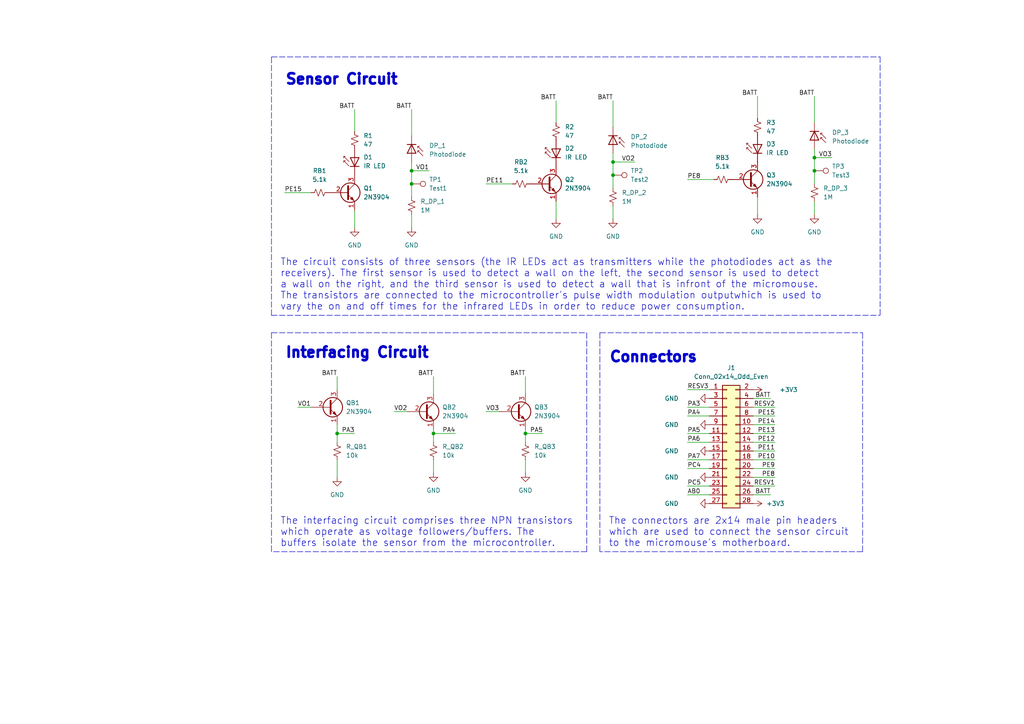
<source format=kicad_sch>
(kicad_sch (version 20211123) (generator eeschema)

  (uuid e63e39d7-6ac0-4ffd-8aa3-1841a4541b55)

  (paper "A4")

  (title_block
    (title "EEE3088 Design Project (Micromouse Sensing Module)")
    (date "23/03/2024")
    (rev "1.0")
    (comment 1 "Author: Thabo Pokothoane")
  )

  (lib_symbols
    (symbol "Connector:TestPoint" (pin_numbers hide) (pin_names (offset 0.762) hide) (in_bom yes) (on_board yes)
      (property "Reference" "TP" (id 0) (at 0 6.858 0)
        (effects (font (size 1.27 1.27)))
      )
      (property "Value" "TestPoint" (id 1) (at 0 5.08 0)
        (effects (font (size 1.27 1.27)))
      )
      (property "Footprint" "" (id 2) (at 5.08 0 0)
        (effects (font (size 1.27 1.27)) hide)
      )
      (property "Datasheet" "~" (id 3) (at 5.08 0 0)
        (effects (font (size 1.27 1.27)) hide)
      )
      (property "ki_keywords" "test point tp" (id 4) (at 0 0 0)
        (effects (font (size 1.27 1.27)) hide)
      )
      (property "ki_description" "test point" (id 5) (at 0 0 0)
        (effects (font (size 1.27 1.27)) hide)
      )
      (property "ki_fp_filters" "Pin* Test*" (id 6) (at 0 0 0)
        (effects (font (size 1.27 1.27)) hide)
      )
      (symbol "TestPoint_0_1"
        (circle (center 0 3.302) (radius 0.762)
          (stroke (width 0) (type default) (color 0 0 0 0))
          (fill (type none))
        )
      )
      (symbol "TestPoint_1_1"
        (pin passive line (at 0 0 90) (length 2.54)
          (name "1" (effects (font (size 1.27 1.27))))
          (number "1" (effects (font (size 1.27 1.27))))
        )
      )
    )
    (symbol "Connector_Generic:Conn_02x14_Odd_Even" (pin_names (offset 1.016) hide) (in_bom yes) (on_board yes)
      (property "Reference" "J" (id 0) (at 1.27 17.78 0)
        (effects (font (size 1.27 1.27)))
      )
      (property "Value" "Conn_02x14_Odd_Even" (id 1) (at 1.27 -20.32 0)
        (effects (font (size 1.27 1.27)))
      )
      (property "Footprint" "" (id 2) (at 0 0 0)
        (effects (font (size 1.27 1.27)) hide)
      )
      (property "Datasheet" "~" (id 3) (at 0 0 0)
        (effects (font (size 1.27 1.27)) hide)
      )
      (property "ki_keywords" "connector" (id 4) (at 0 0 0)
        (effects (font (size 1.27 1.27)) hide)
      )
      (property "ki_description" "Generic connector, double row, 02x14, odd/even pin numbering scheme (row 1 odd numbers, row 2 even numbers), script generated (kicad-library-utils/schlib/autogen/connector/)" (id 5) (at 0 0 0)
        (effects (font (size 1.27 1.27)) hide)
      )
      (property "ki_fp_filters" "Connector*:*_2x??_*" (id 6) (at 0 0 0)
        (effects (font (size 1.27 1.27)) hide)
      )
      (symbol "Conn_02x14_Odd_Even_1_1"
        (rectangle (start -1.27 -17.653) (end 0 -17.907)
          (stroke (width 0.1524) (type default) (color 0 0 0 0))
          (fill (type none))
        )
        (rectangle (start -1.27 -15.113) (end 0 -15.367)
          (stroke (width 0.1524) (type default) (color 0 0 0 0))
          (fill (type none))
        )
        (rectangle (start -1.27 -12.573) (end 0 -12.827)
          (stroke (width 0.1524) (type default) (color 0 0 0 0))
          (fill (type none))
        )
        (rectangle (start -1.27 -10.033) (end 0 -10.287)
          (stroke (width 0.1524) (type default) (color 0 0 0 0))
          (fill (type none))
        )
        (rectangle (start -1.27 -7.493) (end 0 -7.747)
          (stroke (width 0.1524) (type default) (color 0 0 0 0))
          (fill (type none))
        )
        (rectangle (start -1.27 -4.953) (end 0 -5.207)
          (stroke (width 0.1524) (type default) (color 0 0 0 0))
          (fill (type none))
        )
        (rectangle (start -1.27 -2.413) (end 0 -2.667)
          (stroke (width 0.1524) (type default) (color 0 0 0 0))
          (fill (type none))
        )
        (rectangle (start -1.27 0.127) (end 0 -0.127)
          (stroke (width 0.1524) (type default) (color 0 0 0 0))
          (fill (type none))
        )
        (rectangle (start -1.27 2.667) (end 0 2.413)
          (stroke (width 0.1524) (type default) (color 0 0 0 0))
          (fill (type none))
        )
        (rectangle (start -1.27 5.207) (end 0 4.953)
          (stroke (width 0.1524) (type default) (color 0 0 0 0))
          (fill (type none))
        )
        (rectangle (start -1.27 7.747) (end 0 7.493)
          (stroke (width 0.1524) (type default) (color 0 0 0 0))
          (fill (type none))
        )
        (rectangle (start -1.27 10.287) (end 0 10.033)
          (stroke (width 0.1524) (type default) (color 0 0 0 0))
          (fill (type none))
        )
        (rectangle (start -1.27 12.827) (end 0 12.573)
          (stroke (width 0.1524) (type default) (color 0 0 0 0))
          (fill (type none))
        )
        (rectangle (start -1.27 15.367) (end 0 15.113)
          (stroke (width 0.1524) (type default) (color 0 0 0 0))
          (fill (type none))
        )
        (rectangle (start -1.27 16.51) (end 3.81 -19.05)
          (stroke (width 0.254) (type default) (color 0 0 0 0))
          (fill (type background))
        )
        (rectangle (start 3.81 -17.653) (end 2.54 -17.907)
          (stroke (width 0.1524) (type default) (color 0 0 0 0))
          (fill (type none))
        )
        (rectangle (start 3.81 -15.113) (end 2.54 -15.367)
          (stroke (width 0.1524) (type default) (color 0 0 0 0))
          (fill (type none))
        )
        (rectangle (start 3.81 -12.573) (end 2.54 -12.827)
          (stroke (width 0.1524) (type default) (color 0 0 0 0))
          (fill (type none))
        )
        (rectangle (start 3.81 -10.033) (end 2.54 -10.287)
          (stroke (width 0.1524) (type default) (color 0 0 0 0))
          (fill (type none))
        )
        (rectangle (start 3.81 -7.493) (end 2.54 -7.747)
          (stroke (width 0.1524) (type default) (color 0 0 0 0))
          (fill (type none))
        )
        (rectangle (start 3.81 -4.953) (end 2.54 -5.207)
          (stroke (width 0.1524) (type default) (color 0 0 0 0))
          (fill (type none))
        )
        (rectangle (start 3.81 -2.413) (end 2.54 -2.667)
          (stroke (width 0.1524) (type default) (color 0 0 0 0))
          (fill (type none))
        )
        (rectangle (start 3.81 0.127) (end 2.54 -0.127)
          (stroke (width 0.1524) (type default) (color 0 0 0 0))
          (fill (type none))
        )
        (rectangle (start 3.81 2.667) (end 2.54 2.413)
          (stroke (width 0.1524) (type default) (color 0 0 0 0))
          (fill (type none))
        )
        (rectangle (start 3.81 5.207) (end 2.54 4.953)
          (stroke (width 0.1524) (type default) (color 0 0 0 0))
          (fill (type none))
        )
        (rectangle (start 3.81 7.747) (end 2.54 7.493)
          (stroke (width 0.1524) (type default) (color 0 0 0 0))
          (fill (type none))
        )
        (rectangle (start 3.81 10.287) (end 2.54 10.033)
          (stroke (width 0.1524) (type default) (color 0 0 0 0))
          (fill (type none))
        )
        (rectangle (start 3.81 12.827) (end 2.54 12.573)
          (stroke (width 0.1524) (type default) (color 0 0 0 0))
          (fill (type none))
        )
        (rectangle (start 3.81 15.367) (end 2.54 15.113)
          (stroke (width 0.1524) (type default) (color 0 0 0 0))
          (fill (type none))
        )
        (pin passive line (at -5.08 15.24 0) (length 3.81)
          (name "Pin_1" (effects (font (size 1.27 1.27))))
          (number "1" (effects (font (size 1.27 1.27))))
        )
        (pin passive line (at 7.62 5.08 180) (length 3.81)
          (name "Pin_10" (effects (font (size 1.27 1.27))))
          (number "10" (effects (font (size 1.27 1.27))))
        )
        (pin passive line (at -5.08 2.54 0) (length 3.81)
          (name "Pin_11" (effects (font (size 1.27 1.27))))
          (number "11" (effects (font (size 1.27 1.27))))
        )
        (pin passive line (at 7.62 2.54 180) (length 3.81)
          (name "Pin_12" (effects (font (size 1.27 1.27))))
          (number "12" (effects (font (size 1.27 1.27))))
        )
        (pin passive line (at -5.08 0 0) (length 3.81)
          (name "Pin_13" (effects (font (size 1.27 1.27))))
          (number "13" (effects (font (size 1.27 1.27))))
        )
        (pin passive line (at 7.62 0 180) (length 3.81)
          (name "Pin_14" (effects (font (size 1.27 1.27))))
          (number "14" (effects (font (size 1.27 1.27))))
        )
        (pin passive line (at -5.08 -2.54 0) (length 3.81)
          (name "Pin_15" (effects (font (size 1.27 1.27))))
          (number "15" (effects (font (size 1.27 1.27))))
        )
        (pin passive line (at 7.62 -2.54 180) (length 3.81)
          (name "Pin_16" (effects (font (size 1.27 1.27))))
          (number "16" (effects (font (size 1.27 1.27))))
        )
        (pin passive line (at -5.08 -5.08 0) (length 3.81)
          (name "Pin_17" (effects (font (size 1.27 1.27))))
          (number "17" (effects (font (size 1.27 1.27))))
        )
        (pin passive line (at 7.62 -5.08 180) (length 3.81)
          (name "Pin_18" (effects (font (size 1.27 1.27))))
          (number "18" (effects (font (size 1.27 1.27))))
        )
        (pin passive line (at -5.08 -7.62 0) (length 3.81)
          (name "Pin_19" (effects (font (size 1.27 1.27))))
          (number "19" (effects (font (size 1.27 1.27))))
        )
        (pin passive line (at 7.62 15.24 180) (length 3.81)
          (name "Pin_2" (effects (font (size 1.27 1.27))))
          (number "2" (effects (font (size 1.27 1.27))))
        )
        (pin passive line (at 7.62 -7.62 180) (length 3.81)
          (name "Pin_20" (effects (font (size 1.27 1.27))))
          (number "20" (effects (font (size 1.27 1.27))))
        )
        (pin passive line (at -5.08 -10.16 0) (length 3.81)
          (name "Pin_21" (effects (font (size 1.27 1.27))))
          (number "21" (effects (font (size 1.27 1.27))))
        )
        (pin passive line (at 7.62 -10.16 180) (length 3.81)
          (name "Pin_22" (effects (font (size 1.27 1.27))))
          (number "22" (effects (font (size 1.27 1.27))))
        )
        (pin passive line (at -5.08 -12.7 0) (length 3.81)
          (name "Pin_23" (effects (font (size 1.27 1.27))))
          (number "23" (effects (font (size 1.27 1.27))))
        )
        (pin passive line (at 7.62 -12.7 180) (length 3.81)
          (name "Pin_24" (effects (font (size 1.27 1.27))))
          (number "24" (effects (font (size 1.27 1.27))))
        )
        (pin passive line (at -5.08 -15.24 0) (length 3.81)
          (name "Pin_25" (effects (font (size 1.27 1.27))))
          (number "25" (effects (font (size 1.27 1.27))))
        )
        (pin passive line (at 7.62 -15.24 180) (length 3.81)
          (name "Pin_26" (effects (font (size 1.27 1.27))))
          (number "26" (effects (font (size 1.27 1.27))))
        )
        (pin passive line (at -5.08 -17.78 0) (length 3.81)
          (name "Pin_27" (effects (font (size 1.27 1.27))))
          (number "27" (effects (font (size 1.27 1.27))))
        )
        (pin passive line (at 7.62 -17.78 180) (length 3.81)
          (name "Pin_28" (effects (font (size 1.27 1.27))))
          (number "28" (effects (font (size 1.27 1.27))))
        )
        (pin passive line (at -5.08 12.7 0) (length 3.81)
          (name "Pin_3" (effects (font (size 1.27 1.27))))
          (number "3" (effects (font (size 1.27 1.27))))
        )
        (pin passive line (at 7.62 12.7 180) (length 3.81)
          (name "Pin_4" (effects (font (size 1.27 1.27))))
          (number "4" (effects (font (size 1.27 1.27))))
        )
        (pin passive line (at -5.08 10.16 0) (length 3.81)
          (name "Pin_5" (effects (font (size 1.27 1.27))))
          (number "5" (effects (font (size 1.27 1.27))))
        )
        (pin passive line (at 7.62 10.16 180) (length 3.81)
          (name "Pin_6" (effects (font (size 1.27 1.27))))
          (number "6" (effects (font (size 1.27 1.27))))
        )
        (pin passive line (at -5.08 7.62 0) (length 3.81)
          (name "Pin_7" (effects (font (size 1.27 1.27))))
          (number "7" (effects (font (size 1.27 1.27))))
        )
        (pin passive line (at 7.62 7.62 180) (length 3.81)
          (name "Pin_8" (effects (font (size 1.27 1.27))))
          (number "8" (effects (font (size 1.27 1.27))))
        )
        (pin passive line (at -5.08 5.08 0) (length 3.81)
          (name "Pin_9" (effects (font (size 1.27 1.27))))
          (number "9" (effects (font (size 1.27 1.27))))
        )
      )
    )
    (symbol "Device:D_Photo" (pin_numbers hide) (pin_names hide) (in_bom yes) (on_board yes)
      (property "Reference" "D" (id 0) (at 0.508 1.778 0)
        (effects (font (size 1.27 1.27)) (justify left))
      )
      (property "Value" "D_Photo" (id 1) (at -1.016 -2.794 0)
        (effects (font (size 1.27 1.27)))
      )
      (property "Footprint" "" (id 2) (at -1.27 0 0)
        (effects (font (size 1.27 1.27)) hide)
      )
      (property "Datasheet" "~" (id 3) (at -1.27 0 0)
        (effects (font (size 1.27 1.27)) hide)
      )
      (property "ki_keywords" "photodiode diode opto" (id 4) (at 0 0 0)
        (effects (font (size 1.27 1.27)) hide)
      )
      (property "ki_description" "Photodiode" (id 5) (at 0 0 0)
        (effects (font (size 1.27 1.27)) hide)
      )
      (symbol "D_Photo_0_1"
        (polyline
          (pts
            (xy -2.54 1.27)
            (xy -2.54 -1.27)
          )
          (stroke (width 0.254) (type default) (color 0 0 0 0))
          (fill (type none))
        )
        (polyline
          (pts
            (xy -2.032 1.778)
            (xy -1.524 1.778)
          )
          (stroke (width 0) (type default) (color 0 0 0 0))
          (fill (type none))
        )
        (polyline
          (pts
            (xy 0 0)
            (xy -2.54 0)
          )
          (stroke (width 0) (type default) (color 0 0 0 0))
          (fill (type none))
        )
        (polyline
          (pts
            (xy -0.508 3.302)
            (xy -2.032 1.778)
            (xy -2.032 2.286)
          )
          (stroke (width 0) (type default) (color 0 0 0 0))
          (fill (type none))
        )
        (polyline
          (pts
            (xy 0 -1.27)
            (xy 0 1.27)
            (xy -2.54 0)
            (xy 0 -1.27)
          )
          (stroke (width 0.254) (type default) (color 0 0 0 0))
          (fill (type none))
        )
        (polyline
          (pts
            (xy 0.762 3.302)
            (xy -0.762 1.778)
            (xy -0.762 2.286)
            (xy -0.762 1.778)
            (xy -0.254 1.778)
          )
          (stroke (width 0) (type default) (color 0 0 0 0))
          (fill (type none))
        )
      )
      (symbol "D_Photo_1_1"
        (pin passive line (at -5.08 0 0) (length 2.54)
          (name "K" (effects (font (size 1.27 1.27))))
          (number "1" (effects (font (size 1.27 1.27))))
        )
        (pin passive line (at 2.54 0 180) (length 2.54)
          (name "A" (effects (font (size 1.27 1.27))))
          (number "2" (effects (font (size 1.27 1.27))))
        )
      )
    )
    (symbol "Device:R_Small_US" (pin_numbers hide) (pin_names (offset 0.254) hide) (in_bom yes) (on_board yes)
      (property "Reference" "R" (id 0) (at 0.762 0.508 0)
        (effects (font (size 1.27 1.27)) (justify left))
      )
      (property "Value" "R_Small_US" (id 1) (at 0.762 -1.016 0)
        (effects (font (size 1.27 1.27)) (justify left))
      )
      (property "Footprint" "" (id 2) (at 0 0 0)
        (effects (font (size 1.27 1.27)) hide)
      )
      (property "Datasheet" "~" (id 3) (at 0 0 0)
        (effects (font (size 1.27 1.27)) hide)
      )
      (property "ki_keywords" "r resistor" (id 4) (at 0 0 0)
        (effects (font (size 1.27 1.27)) hide)
      )
      (property "ki_description" "Resistor, small US symbol" (id 5) (at 0 0 0)
        (effects (font (size 1.27 1.27)) hide)
      )
      (property "ki_fp_filters" "R_*" (id 6) (at 0 0 0)
        (effects (font (size 1.27 1.27)) hide)
      )
      (symbol "R_Small_US_1_1"
        (polyline
          (pts
            (xy 0 0)
            (xy 1.016 -0.381)
            (xy 0 -0.762)
            (xy -1.016 -1.143)
            (xy 0 -1.524)
          )
          (stroke (width 0) (type default) (color 0 0 0 0))
          (fill (type none))
        )
        (polyline
          (pts
            (xy 0 1.524)
            (xy 1.016 1.143)
            (xy 0 0.762)
            (xy -1.016 0.381)
            (xy 0 0)
          )
          (stroke (width 0) (type default) (color 0 0 0 0))
          (fill (type none))
        )
        (pin passive line (at 0 2.54 270) (length 1.016)
          (name "~" (effects (font (size 1.27 1.27))))
          (number "1" (effects (font (size 1.27 1.27))))
        )
        (pin passive line (at 0 -2.54 90) (length 1.016)
          (name "~" (effects (font (size 1.27 1.27))))
          (number "2" (effects (font (size 1.27 1.27))))
        )
      )
    )
    (symbol "LED:LD274" (pin_numbers hide) (pin_names (offset 1.016) hide) (in_bom yes) (on_board yes)
      (property "Reference" "D" (id 0) (at 0.508 1.778 0)
        (effects (font (size 1.27 1.27)) (justify left))
      )
      (property "Value" "LD274" (id 1) (at -1.016 -2.794 0)
        (effects (font (size 1.27 1.27)))
      )
      (property "Footprint" "LED_THT:LED_D5.0mm_IRGrey" (id 2) (at 0 4.445 0)
        (effects (font (size 1.27 1.27)) hide)
      )
      (property "Datasheet" "http://pdf.datasheetcatalog.com/datasheet/siemens/LD274.pdf" (id 3) (at -1.27 0 0)
        (effects (font (size 1.27 1.27)) hide)
      )
      (property "ki_keywords" "IR LED" (id 4) (at 0 0 0)
        (effects (font (size 1.27 1.27)) hide)
      )
      (property "ki_description" "950nm IR-LED, 5mm" (id 5) (at 0 0 0)
        (effects (font (size 1.27 1.27)) hide)
      )
      (property "ki_fp_filters" "LED*5.0mm*IRGrey*" (id 6) (at 0 0 0)
        (effects (font (size 1.27 1.27)) hide)
      )
      (symbol "LD274_0_1"
        (polyline
          (pts
            (xy -2.54 1.27)
            (xy -2.54 -1.27)
          )
          (stroke (width 0.254) (type default) (color 0 0 0 0))
          (fill (type none))
        )
        (polyline
          (pts
            (xy 0 0)
            (xy -2.54 0)
          )
          (stroke (width 0) (type default) (color 0 0 0 0))
          (fill (type none))
        )
        (polyline
          (pts
            (xy 0.381 3.175)
            (xy -0.127 3.175)
          )
          (stroke (width 0) (type default) (color 0 0 0 0))
          (fill (type none))
        )
        (polyline
          (pts
            (xy -1.143 1.651)
            (xy 0.381 3.175)
            (xy 0.381 2.667)
          )
          (stroke (width 0) (type default) (color 0 0 0 0))
          (fill (type none))
        )
        (polyline
          (pts
            (xy 0 -1.27)
            (xy -2.54 0)
            (xy 0 1.27)
            (xy 0 -1.27)
          )
          (stroke (width 0.254) (type default) (color 0 0 0 0))
          (fill (type none))
        )
        (polyline
          (pts
            (xy -2.413 1.651)
            (xy -0.889 3.175)
            (xy -0.889 2.667)
            (xy -0.889 3.175)
            (xy -1.397 3.175)
          )
          (stroke (width 0) (type default) (color 0 0 0 0))
          (fill (type none))
        )
      )
      (symbol "LD274_1_1"
        (pin passive line (at -5.08 0 0) (length 2.54)
          (name "K" (effects (font (size 1.27 1.27))))
          (number "1" (effects (font (size 1.27 1.27))))
        )
        (pin passive line (at 2.54 0 180) (length 2.54)
          (name "A" (effects (font (size 1.27 1.27))))
          (number "2" (effects (font (size 1.27 1.27))))
        )
      )
    )
    (symbol "Transistor_BJT:2N3904" (pin_names (offset 0) hide) (in_bom yes) (on_board yes)
      (property "Reference" "Q" (id 0) (at 5.08 1.905 0)
        (effects (font (size 1.27 1.27)) (justify left))
      )
      (property "Value" "2N3904" (id 1) (at 5.08 0 0)
        (effects (font (size 1.27 1.27)) (justify left))
      )
      (property "Footprint" "Package_TO_SOT_THT:TO-92_Inline" (id 2) (at 5.08 -1.905 0)
        (effects (font (size 1.27 1.27) italic) (justify left) hide)
      )
      (property "Datasheet" "https://www.onsemi.com/pub/Collateral/2N3903-D.PDF" (id 3) (at 0 0 0)
        (effects (font (size 1.27 1.27)) (justify left) hide)
      )
      (property "ki_keywords" "NPN Transistor" (id 4) (at 0 0 0)
        (effects (font (size 1.27 1.27)) hide)
      )
      (property "ki_description" "0.2A Ic, 40V Vce, Small Signal NPN Transistor, TO-92" (id 5) (at 0 0 0)
        (effects (font (size 1.27 1.27)) hide)
      )
      (property "ki_fp_filters" "TO?92*" (id 6) (at 0 0 0)
        (effects (font (size 1.27 1.27)) hide)
      )
      (symbol "2N3904_0_1"
        (polyline
          (pts
            (xy 0.635 0.635)
            (xy 2.54 2.54)
          )
          (stroke (width 0) (type default) (color 0 0 0 0))
          (fill (type none))
        )
        (polyline
          (pts
            (xy 0.635 -0.635)
            (xy 2.54 -2.54)
            (xy 2.54 -2.54)
          )
          (stroke (width 0) (type default) (color 0 0 0 0))
          (fill (type none))
        )
        (polyline
          (pts
            (xy 0.635 1.905)
            (xy 0.635 -1.905)
            (xy 0.635 -1.905)
          )
          (stroke (width 0.508) (type default) (color 0 0 0 0))
          (fill (type none))
        )
        (polyline
          (pts
            (xy 1.27 -1.778)
            (xy 1.778 -1.27)
            (xy 2.286 -2.286)
            (xy 1.27 -1.778)
            (xy 1.27 -1.778)
          )
          (stroke (width 0) (type default) (color 0 0 0 0))
          (fill (type outline))
        )
        (circle (center 1.27 0) (radius 2.8194)
          (stroke (width 0.254) (type default) (color 0 0 0 0))
          (fill (type none))
        )
      )
      (symbol "2N3904_1_1"
        (pin passive line (at 2.54 -5.08 90) (length 2.54)
          (name "E" (effects (font (size 1.27 1.27))))
          (number "1" (effects (font (size 1.27 1.27))))
        )
        (pin passive line (at -5.08 0 0) (length 5.715)
          (name "B" (effects (font (size 1.27 1.27))))
          (number "2" (effects (font (size 1.27 1.27))))
        )
        (pin passive line (at 2.54 5.08 270) (length 2.54)
          (name "C" (effects (font (size 1.27 1.27))))
          (number "3" (effects (font (size 1.27 1.27))))
        )
      )
    )
    (symbol "power:+3V3" (power) (pin_names (offset 0)) (in_bom yes) (on_board yes)
      (property "Reference" "#PWR" (id 0) (at 0 -3.81 0)
        (effects (font (size 1.27 1.27)) hide)
      )
      (property "Value" "+3V3" (id 1) (at 0 3.556 0)
        (effects (font (size 1.27 1.27)))
      )
      (property "Footprint" "" (id 2) (at 0 0 0)
        (effects (font (size 1.27 1.27)) hide)
      )
      (property "Datasheet" "" (id 3) (at 0 0 0)
        (effects (font (size 1.27 1.27)) hide)
      )
      (property "ki_keywords" "power-flag" (id 4) (at 0 0 0)
        (effects (font (size 1.27 1.27)) hide)
      )
      (property "ki_description" "Power symbol creates a global label with name \"+3V3\"" (id 5) (at 0 0 0)
        (effects (font (size 1.27 1.27)) hide)
      )
      (symbol "+3V3_0_1"
        (polyline
          (pts
            (xy -0.762 1.27)
            (xy 0 2.54)
          )
          (stroke (width 0) (type default) (color 0 0 0 0))
          (fill (type none))
        )
        (polyline
          (pts
            (xy 0 0)
            (xy 0 2.54)
          )
          (stroke (width 0) (type default) (color 0 0 0 0))
          (fill (type none))
        )
        (polyline
          (pts
            (xy 0 2.54)
            (xy 0.762 1.27)
          )
          (stroke (width 0) (type default) (color 0 0 0 0))
          (fill (type none))
        )
      )
      (symbol "+3V3_1_1"
        (pin power_in line (at 0 0 90) (length 0) hide
          (name "+3V3" (effects (font (size 1.27 1.27))))
          (number "1" (effects (font (size 1.27 1.27))))
        )
      )
    )
    (symbol "power:GND" (power) (pin_names (offset 0)) (in_bom yes) (on_board yes)
      (property "Reference" "#PWR" (id 0) (at 0 -6.35 0)
        (effects (font (size 1.27 1.27)) hide)
      )
      (property "Value" "GND" (id 1) (at 0 -3.81 0)
        (effects (font (size 1.27 1.27)))
      )
      (property "Footprint" "" (id 2) (at 0 0 0)
        (effects (font (size 1.27 1.27)) hide)
      )
      (property "Datasheet" "" (id 3) (at 0 0 0)
        (effects (font (size 1.27 1.27)) hide)
      )
      (property "ki_keywords" "power-flag" (id 4) (at 0 0 0)
        (effects (font (size 1.27 1.27)) hide)
      )
      (property "ki_description" "Power symbol creates a global label with name \"GND\" , ground" (id 5) (at 0 0 0)
        (effects (font (size 1.27 1.27)) hide)
      )
      (symbol "GND_0_1"
        (polyline
          (pts
            (xy 0 0)
            (xy 0 -1.27)
            (xy 1.27 -1.27)
            (xy 0 -2.54)
            (xy -1.27 -1.27)
            (xy 0 -1.27)
          )
          (stroke (width 0) (type default) (color 0 0 0 0))
          (fill (type none))
        )
      )
      (symbol "GND_1_1"
        (pin power_in line (at 0 0 270) (length 0) hide
          (name "GND" (effects (font (size 1.27 1.27))))
          (number "1" (effects (font (size 1.27 1.27))))
        )
      )
    )
  )


  (junction (at 236.22 49.53) (diameter 0) (color 0 0 0 0)
    (uuid 43c22a38-d977-45b2-83d3-28a6f2c37524)
  )
  (junction (at 152.4 125.73) (diameter 0) (color 0 0 0 0)
    (uuid 462c680c-eff3-44bd-8173-f7c6613bd820)
  )
  (junction (at 177.8 46.99) (diameter 0) (color 0 0 0 0)
    (uuid 6c11096f-32a3-4b7f-bbb4-9126272c09d7)
  )
  (junction (at 236.22 45.72) (diameter 0) (color 0 0 0 0)
    (uuid 7a053ba2-80c8-4acc-96c5-e6564a30d1e7)
  )
  (junction (at 119.38 49.53) (diameter 0) (color 0 0 0 0)
    (uuid a3230b12-669e-43dd-b835-5c78f665e05e)
  )
  (junction (at 177.8 50.8) (diameter 0) (color 0 0 0 0)
    (uuid aa599a43-16c0-4a30-b9ce-9634cf9c5196)
  )
  (junction (at 125.73 125.73) (diameter 0) (color 0 0 0 0)
    (uuid d7cb843f-7c27-4b16-b929-b6f35bd08ef2)
  )
  (junction (at 97.79 125.73) (diameter 0) (color 0 0 0 0)
    (uuid d8805962-dc2d-4f41-97ea-e03dbe554a17)
  )
  (junction (at 119.38 53.34) (diameter 0) (color 0 0 0 0)
    (uuid fdc84445-3741-41b1-9730-33e707d34169)
  )

  (wire (pts (xy 119.38 49.53) (xy 119.38 53.34))
    (stroke (width 0) (type default) (color 0 0 0 0))
    (uuid 03fd946f-456e-464e-9fce-307f933e4e7d)
  )
  (wire (pts (xy 125.73 125.73) (xy 125.73 128.27))
    (stroke (width 0) (type default) (color 0 0 0 0))
    (uuid 09ebbcf5-69ac-4f19-b602-61d03b2b9e86)
  )
  (wire (pts (xy 152.4 125.73) (xy 157.48 125.73))
    (stroke (width 0) (type default) (color 0 0 0 0))
    (uuid 0d885a02-dbc3-4079-a355-46706f8cd9ab)
  )
  (wire (pts (xy 199.39 135.89) (xy 205.74 135.89))
    (stroke (width 0) (type default) (color 0 0 0 0))
    (uuid 0e4b09a5-f949-4bf3-876d-f353032128f9)
  )
  (wire (pts (xy 161.29 58.42) (xy 161.29 63.5))
    (stroke (width 0) (type default) (color 0 0 0 0))
    (uuid 126d510f-7324-4053-b9f8-afdd88ddc083)
  )
  (wire (pts (xy 219.71 57.15) (xy 219.71 62.23))
    (stroke (width 0) (type default) (color 0 0 0 0))
    (uuid 1d11fc18-e137-4519-8d73-80400bf0b48f)
  )
  (polyline (pts (xy 255.27 16.51) (xy 255.27 91.44))
    (stroke (width 0) (type default) (color 0 0 0 0))
    (uuid 22df9f5c-5853-48bf-aa65-7866e14f6d89)
  )
  (polyline (pts (xy 78.74 96.52) (xy 170.18 96.52))
    (stroke (width 0) (type default) (color 0 0 0 0))
    (uuid 298ab584-b321-49ef-b504-412f6a230857)
  )

  (wire (pts (xy 125.73 109.22) (xy 125.73 114.3))
    (stroke (width 0) (type default) (color 0 0 0 0))
    (uuid 2a5d4aca-3204-4d37-8c4c-9b66d6e90334)
  )
  (wire (pts (xy 125.73 133.35) (xy 125.73 137.16))
    (stroke (width 0) (type default) (color 0 0 0 0))
    (uuid 365bc314-8c8d-469b-9cca-6fb444985067)
  )
  (wire (pts (xy 177.8 44.45) (xy 177.8 46.99))
    (stroke (width 0) (type default) (color 0 0 0 0))
    (uuid 3944d360-5603-4a19-ab3c-7d4dc9e4f5af)
  )
  (wire (pts (xy 218.44 118.11) (xy 224.79 118.11))
    (stroke (width 0) (type default) (color 0 0 0 0))
    (uuid 39879d0f-8462-47fe-b2b0-251681c037b2)
  )
  (wire (pts (xy 218.44 123.19) (xy 224.79 123.19))
    (stroke (width 0) (type default) (color 0 0 0 0))
    (uuid 39c36ac4-a2f1-4441-9a8c-94edb8489313)
  )
  (wire (pts (xy 199.39 120.65) (xy 205.74 120.65))
    (stroke (width 0) (type default) (color 0 0 0 0))
    (uuid 39dec40c-70a9-4532-9cad-879dfc0a7795)
  )
  (wire (pts (xy 199.39 52.07) (xy 207.01 52.07))
    (stroke (width 0) (type default) (color 0 0 0 0))
    (uuid 3b73e9d1-b449-437e-927c-5d910b70bab9)
  )
  (wire (pts (xy 140.97 53.34) (xy 148.59 53.34))
    (stroke (width 0) (type default) (color 0 0 0 0))
    (uuid 3dd7d7c3-4bc6-4016-a123-38599a3c0045)
  )
  (wire (pts (xy 125.73 124.46) (xy 125.73 125.73))
    (stroke (width 0) (type default) (color 0 0 0 0))
    (uuid 42d63732-3838-4a1b-bc27-f9f55ff7e61d)
  )
  (wire (pts (xy 97.79 125.73) (xy 97.79 128.27))
    (stroke (width 0) (type default) (color 0 0 0 0))
    (uuid 4456eb96-6fec-4c61-864a-8cf012432971)
  )
  (wire (pts (xy 199.39 128.27) (xy 205.74 128.27))
    (stroke (width 0) (type default) (color 0 0 0 0))
    (uuid 453412d6-1f1f-45b1-bc94-ef93553789f7)
  )
  (wire (pts (xy 236.22 27.94) (xy 236.22 35.56))
    (stroke (width 0) (type default) (color 0 0 0 0))
    (uuid 46da05a0-b93a-46f8-a36b-8d5cf369b912)
  )
  (wire (pts (xy 241.3 45.72) (xy 236.22 45.72))
    (stroke (width 0) (type default) (color 0 0 0 0))
    (uuid 4a23b1ab-5f41-44a5-bb17-2b9a4b418efb)
  )
  (wire (pts (xy 219.71 27.94) (xy 219.71 34.29))
    (stroke (width 0) (type default) (color 0 0 0 0))
    (uuid 5116384b-95d6-4fdb-b03b-216e5fab044f)
  )
  (polyline (pts (xy 78.74 16.51) (xy 255.27 16.51))
    (stroke (width 0) (type default) (color 0 0 0 0))
    (uuid 51ba1310-7857-49f4-8486-1f56bbf21660)
  )

  (wire (pts (xy 177.8 59.69) (xy 177.8 63.5))
    (stroke (width 0) (type default) (color 0 0 0 0))
    (uuid 539f14a1-a1d6-45d7-8d0f-d06fb1f96647)
  )
  (wire (pts (xy 218.44 125.73) (xy 224.79 125.73))
    (stroke (width 0) (type default) (color 0 0 0 0))
    (uuid 550dc1a5-bce7-4165-a110-f8b9e6cbc0f2)
  )
  (wire (pts (xy 218.44 140.97) (xy 224.79 140.97))
    (stroke (width 0) (type default) (color 0 0 0 0))
    (uuid 55cc7284-4a2d-4355-8cd1-278c24f0639b)
  )
  (wire (pts (xy 140.97 119.38) (xy 144.78 119.38))
    (stroke (width 0) (type default) (color 0 0 0 0))
    (uuid 58509cc0-df39-4f52-bd35-b72857170b25)
  )
  (wire (pts (xy 152.4 124.46) (xy 152.4 125.73))
    (stroke (width 0) (type default) (color 0 0 0 0))
    (uuid 5b0be409-9e16-4737-b646-2984864d7f09)
  )
  (wire (pts (xy 152.4 109.22) (xy 152.4 114.3))
    (stroke (width 0) (type default) (color 0 0 0 0))
    (uuid 5d3986b6-36c1-49ca-8af6-49d74c50c285)
  )
  (polyline (pts (xy 250.19 160.02) (xy 173.99 160.02))
    (stroke (width 0) (type default) (color 0 0 0 0))
    (uuid 5f6b680e-608a-45e4-b87d-25f7107dd3c5)
  )

  (wire (pts (xy 119.38 49.53) (xy 124.46 49.53))
    (stroke (width 0) (type default) (color 0 0 0 0))
    (uuid 66d8a465-fcc0-4006-bf3b-5c4082d33cce)
  )
  (polyline (pts (xy 170.18 160.02) (xy 78.74 160.02))
    (stroke (width 0) (type default) (color 0 0 0 0))
    (uuid 675eb9bc-7999-489e-b8e7-2d842aa6c599)
  )

  (wire (pts (xy 199.39 140.97) (xy 205.74 140.97))
    (stroke (width 0) (type default) (color 0 0 0 0))
    (uuid 67d9f6a2-ca05-4e00-8dc4-cae9ad852c39)
  )
  (wire (pts (xy 82.55 55.88) (xy 90.17 55.88))
    (stroke (width 0) (type default) (color 0 0 0 0))
    (uuid 69b94860-24f5-4340-801c-3f418099360d)
  )
  (wire (pts (xy 152.4 133.35) (xy 152.4 137.16))
    (stroke (width 0) (type default) (color 0 0 0 0))
    (uuid 6b05b109-daf8-49e7-a459-e959d2fe8fa2)
  )
  (wire (pts (xy 161.29 29.21) (xy 161.29 35.56))
    (stroke (width 0) (type default) (color 0 0 0 0))
    (uuid 6cea7b06-1c6f-4e10-9e29-29703709acfa)
  )
  (wire (pts (xy 218.44 138.43) (xy 224.79 138.43))
    (stroke (width 0) (type default) (color 0 0 0 0))
    (uuid 6d0a08c9-9308-4465-b3e5-224b0e2c9854)
  )
  (wire (pts (xy 199.39 118.11) (xy 205.74 118.11))
    (stroke (width 0) (type default) (color 0 0 0 0))
    (uuid 8424a0cf-5de2-4b16-8a4e-cfa66695b3c0)
  )
  (wire (pts (xy 177.8 46.99) (xy 177.8 50.8))
    (stroke (width 0) (type default) (color 0 0 0 0))
    (uuid 8823c1c1-74f2-4cff-b383-7ff36ba2e801)
  )
  (wire (pts (xy 119.38 46.99) (xy 119.38 49.53))
    (stroke (width 0) (type default) (color 0 0 0 0))
    (uuid 8db049fd-0a51-4596-9f7d-3e4fe6625f1d)
  )
  (polyline (pts (xy 250.19 96.52) (xy 250.19 160.02))
    (stroke (width 0) (type default) (color 0 0 0 0))
    (uuid 8ec95c4d-abca-4bcb-b50f-73476137a49b)
  )
  (polyline (pts (xy 170.18 96.52) (xy 170.18 160.02))
    (stroke (width 0) (type default) (color 0 0 0 0))
    (uuid 8fda51a7-4599-49c1-81b9-f7c38e016df5)
  )
  (polyline (pts (xy 78.74 91.44) (xy 78.74 16.51))
    (stroke (width 0) (type default) (color 0 0 0 0))
    (uuid 906586b1-275e-440f-a3eb-cf21d25ae4e9)
  )

  (wire (pts (xy 236.22 45.72) (xy 236.22 49.53))
    (stroke (width 0) (type default) (color 0 0 0 0))
    (uuid 90a5bcb8-ff10-4454-9fcf-66dde64de007)
  )
  (wire (pts (xy 199.39 113.03) (xy 205.74 113.03))
    (stroke (width 0) (type default) (color 0 0 0 0))
    (uuid 917ad17f-a230-4871-850f-4d2561d919e3)
  )
  (polyline (pts (xy 173.99 96.52) (xy 250.19 96.52))
    (stroke (width 0) (type default) (color 0 0 0 0))
    (uuid 93434e72-a1a0-4f88-b28c-281079492266)
  )

  (wire (pts (xy 199.39 125.73) (xy 205.74 125.73))
    (stroke (width 0) (type default) (color 0 0 0 0))
    (uuid 93b83f08-7c55-48a1-b097-5772e73be9bf)
  )
  (wire (pts (xy 119.38 53.34) (xy 119.38 57.15))
    (stroke (width 0) (type default) (color 0 0 0 0))
    (uuid 95fedec7-0581-43f4-a3a3-7bebc5c1862e)
  )
  (wire (pts (xy 218.44 135.89) (xy 224.79 135.89))
    (stroke (width 0) (type default) (color 0 0 0 0))
    (uuid 9638ac6e-ba16-42ba-9b8a-58c3a5ef4490)
  )
  (wire (pts (xy 86.36 118.11) (xy 90.17 118.11))
    (stroke (width 0) (type default) (color 0 0 0 0))
    (uuid 9b8e8c96-f77d-4113-8425-a2ab4f2c28da)
  )
  (wire (pts (xy 114.3 119.38) (xy 118.11 119.38))
    (stroke (width 0) (type default) (color 0 0 0 0))
    (uuid 9d4249ab-fea0-4c87-a545-e6e8544365e3)
  )
  (polyline (pts (xy 78.74 91.44) (xy 255.27 91.44))
    (stroke (width 0) (type default) (color 0 0 0 0))
    (uuid a17ddc4c-f057-4b88-a2cb-5463097f25cf)
  )

  (wire (pts (xy 177.8 46.99) (xy 184.15 46.99))
    (stroke (width 0) (type default) (color 0 0 0 0))
    (uuid b3364eb9-676c-420a-a705-9e4f4c17fcc6)
  )
  (wire (pts (xy 236.22 58.42) (xy 236.22 62.23))
    (stroke (width 0) (type default) (color 0 0 0 0))
    (uuid b8baea18-7aa3-4dc4-8900-1ca101665b06)
  )
  (wire (pts (xy 102.87 60.96) (xy 102.87 66.04))
    (stroke (width 0) (type default) (color 0 0 0 0))
    (uuid bad512d6-9f0a-43e4-afbb-8b13547babdd)
  )
  (wire (pts (xy 177.8 29.21) (xy 177.8 36.83))
    (stroke (width 0) (type default) (color 0 0 0 0))
    (uuid c691cf5b-bcf5-4f75-99df-62ba2436d7a1)
  )
  (wire (pts (xy 218.44 130.81) (xy 224.79 130.81))
    (stroke (width 0) (type default) (color 0 0 0 0))
    (uuid c6f817c8-dc46-47b1-adad-a6002f5591f3)
  )
  (wire (pts (xy 218.44 120.65) (xy 224.79 120.65))
    (stroke (width 0) (type default) (color 0 0 0 0))
    (uuid cac9b38d-17de-40b7-85e1-fb11c8dd8ab6)
  )
  (wire (pts (xy 218.44 133.35) (xy 224.79 133.35))
    (stroke (width 0) (type default) (color 0 0 0 0))
    (uuid cafaf78e-6176-4fa3-868f-3fb942a00e50)
  )
  (wire (pts (xy 236.22 43.18) (xy 236.22 45.72))
    (stroke (width 0) (type default) (color 0 0 0 0))
    (uuid d5f638bb-de90-47d0-a4ac-ed812036c622)
  )
  (wire (pts (xy 218.44 115.57) (xy 223.52 115.57))
    (stroke (width 0) (type default) (color 0 0 0 0))
    (uuid d6a8f316-1392-4ab3-858a-2bdd1e8ab61d)
  )
  (wire (pts (xy 125.73 125.73) (xy 132.08 125.73))
    (stroke (width 0) (type default) (color 0 0 0 0))
    (uuid d96b57e9-b09a-4c7f-a90e-253c02810af3)
  )
  (wire (pts (xy 218.44 128.27) (xy 224.79 128.27))
    (stroke (width 0) (type default) (color 0 0 0 0))
    (uuid db3726c7-8128-4ac7-8143-103fc23d1310)
  )
  (wire (pts (xy 119.38 62.23) (xy 119.38 66.04))
    (stroke (width 0) (type default) (color 0 0 0 0))
    (uuid dc2cb1f0-0995-412f-bd24-a2d142b0538f)
  )
  (polyline (pts (xy 173.99 96.52) (xy 173.99 160.02))
    (stroke (width 0) (type default) (color 0 0 0 0))
    (uuid dc3c56e6-1495-4f60-a46e-98c27383a8ce)
  )

  (wire (pts (xy 177.8 50.8) (xy 177.8 54.61))
    (stroke (width 0) (type default) (color 0 0 0 0))
    (uuid dc42a207-ba80-495a-835c-0250b0a69295)
  )
  (wire (pts (xy 199.39 133.35) (xy 205.74 133.35))
    (stroke (width 0) (type default) (color 0 0 0 0))
    (uuid dc7c0701-fac0-4a8d-9d1c-3924f62ed188)
  )
  (wire (pts (xy 119.38 31.75) (xy 119.38 39.37))
    (stroke (width 0) (type default) (color 0 0 0 0))
    (uuid dd31d462-3b10-44e5-9981-56928aa210a7)
  )
  (polyline (pts (xy 78.74 96.52) (xy 78.74 160.02))
    (stroke (width 0) (type default) (color 0 0 0 0))
    (uuid e0c33c41-5019-4907-b0e5-156ccd72ab51)
  )

  (wire (pts (xy 152.4 125.73) (xy 152.4 128.27))
    (stroke (width 0) (type default) (color 0 0 0 0))
    (uuid e3df1ee8-b7a4-4c50-a7f5-395ed5be0930)
  )
  (wire (pts (xy 97.79 109.22) (xy 97.79 113.03))
    (stroke (width 0) (type default) (color 0 0 0 0))
    (uuid e7c1644c-0a91-4030-ac8c-ccf66d8a038f)
  )
  (wire (pts (xy 199.39 143.51) (xy 205.74 143.51))
    (stroke (width 0) (type default) (color 0 0 0 0))
    (uuid e8a7986c-71a8-468c-a6ac-06b7082ef002)
  )
  (wire (pts (xy 97.79 123.19) (xy 97.79 125.73))
    (stroke (width 0) (type default) (color 0 0 0 0))
    (uuid eb01bd8c-efb6-482d-a2ea-a88fbb62d114)
  )
  (wire (pts (xy 236.22 49.53) (xy 236.22 53.34))
    (stroke (width 0) (type default) (color 0 0 0 0))
    (uuid f160c743-1dea-47cd-ab41-a034d92a9999)
  )
  (wire (pts (xy 97.79 133.35) (xy 97.79 138.43))
    (stroke (width 0) (type default) (color 0 0 0 0))
    (uuid f18fc58a-18b0-49e3-bd16-fc804572e55f)
  )
  (wire (pts (xy 102.87 31.75) (xy 102.87 38.1))
    (stroke (width 0) (type default) (color 0 0 0 0))
    (uuid f4952b74-08ea-41d2-a6af-60f03d2e6849)
  )
  (wire (pts (xy 97.79 125.73) (xy 102.87 125.73))
    (stroke (width 0) (type default) (color 0 0 0 0))
    (uuid f4e54412-bdb1-4419-a08f-400c8420f87f)
  )
  (wire (pts (xy 218.44 143.51) (xy 223.52 143.51))
    (stroke (width 0) (type default) (color 0 0 0 0))
    (uuid fb8ddc9d-950b-47bc-854b-e8cbdd3d862b)
  )

  (text "Sensor Circuit\n\n\n\n" (at 82.55 39.37 0)
    (effects (font (size 3 3) (thickness 1.2) bold) (justify left bottom))
    (uuid 17b787ff-0994-4a57-8ec9-aa2256743d06)
  )
  (text "\nThe circuit consists of three sensors (the IR LEDs act as transmitters while the photodiodes act as the \nreceivers). The first sensor is used to detect a wall on the left, the second sensor is used to detect\na wall on the right, and the third sensor is used to detect a wall that is infront of the micromouse. \nThe transistors are connected to the microcontroller's pulse width modulation outputwhich is used to\nvary the on and off times for the infrared LEDs in order to reduce power consumption."
    (at 81.28 90.17 0)
    (effects (font (size 2 2)) (justify left bottom))
    (uuid 22d82c44-9187-48f3-955d-8e4a665afbe8)
  )
  (text "Interfacing Circuit\n" (at 82.55 104.14 0)
    (effects (font (size 3 3) (thickness 1.2) bold) (justify left bottom))
    (uuid 3523257f-57e7-4232-a802-c53fd34e2bae)
  )
  (text "The interfacing circuit comprises three NPN transistors \nwhich operate as voltage followers/buffers. The \nbuffers isolate the sensor from the microcontroller."
    (at 81.28 158.75 0)
    (effects (font (size 2 2)) (justify left bottom))
    (uuid ac1ffa09-5562-4b57-869d-f466ac9f206d)
  )
  (text "Connectors" (at 176.53 105.41 0)
    (effects (font (size 3 3) (thickness 1.2) bold) (justify left bottom))
    (uuid ceaed4ef-36b7-4c00-a339-3da2534c3cbe)
  )
  (text "The connectors are 2x14 male pin headers \nwhich are used to connect the sensor circuit \nto the micromouse's motherboard. "
    (at 176.53 158.75 0)
    (effects (font (size 2 2)) (justify left bottom))
    (uuid f0ed8ea9-4c20-42b0-9152-372cfeac47e7)
  )

  (label "VO2" (at 184.15 46.99 180)
    (effects (font (size 1.27 1.27)) (justify right bottom))
    (uuid 07c04099-8f0c-4907-88b1-df064d121d88)
  )
  (label "PE12" (at 224.79 128.27 180)
    (effects (font (size 1.27 1.27)) (justify right bottom))
    (uuid 0e942bf0-c80b-4934-b8aa-b9f4df896a07)
  )
  (label "BATT" (at 177.8 29.21 180)
    (effects (font (size 1.27 1.27)) (justify right bottom))
    (uuid 0fc2a66a-5af6-40cc-9ba5-8e692c1b760f)
  )
  (label "RESV3" (at 199.39 113.03 0)
    (effects (font (size 1.27 1.27)) (justify left bottom))
    (uuid 1096cd0b-cef5-480f-9827-741b8877e8a9)
  )
  (label "PA3" (at 102.87 125.73 180)
    (effects (font (size 1.27 1.27)) (justify right bottom))
    (uuid 15e33f95-e3fb-46af-84ee-29f068a2e799)
  )
  (label "VO1" (at 86.36 118.11 0)
    (effects (font (size 1.27 1.27)) (justify left bottom))
    (uuid 23cc516c-ecc3-4030-8d3a-8430c06e9888)
  )
  (label "PA4" (at 132.08 125.73 180)
    (effects (font (size 1.27 1.27)) (justify right bottom))
    (uuid 2b22b9d6-5680-4031-b9e8-daa64799f915)
  )
  (label "PA7" (at 199.39 133.35 0)
    (effects (font (size 1.27 1.27)) (justify left bottom))
    (uuid 30545fdc-87b9-45fe-a785-dd37be7ecee7)
  )
  (label "VO1" (at 124.46 49.53 180)
    (effects (font (size 1.27 1.27)) (justify right bottom))
    (uuid 3bbe2cfc-6db4-4871-98ea-f5370fb8efe2)
  )
  (label "BATT" (at 223.52 115.57 180)
    (effects (font (size 1.27 1.27)) (justify right bottom))
    (uuid 3d25ea00-3597-4b84-9896-d06c9254cef7)
  )
  (label "VO2" (at 114.3 119.38 0)
    (effects (font (size 1.27 1.27)) (justify left bottom))
    (uuid 440d731b-8796-4bfd-be5d-edf9914e2da6)
  )
  (label "BATT" (at 219.71 27.94 180)
    (effects (font (size 1.27 1.27)) (justify right bottom))
    (uuid 4902387e-4ba8-4435-895a-c122e90a915b)
  )
  (label "PE15" (at 224.79 120.65 180)
    (effects (font (size 1.27 1.27)) (justify right bottom))
    (uuid 49fed9f8-9857-42b6-b123-71b337fcd5b1)
  )
  (label "RESV1" (at 224.79 140.97 180)
    (effects (font (size 1.27 1.27)) (justify right bottom))
    (uuid 4bcdd27e-2ba5-4aea-a92a-13dad183bc18)
  )
  (label "BATT" (at 102.87 31.75 180)
    (effects (font (size 1.27 1.27)) (justify right bottom))
    (uuid 4dfb7b9f-bf03-4832-bd68-942714bbf246)
  )
  (label "PC5" (at 199.39 140.97 0)
    (effects (font (size 1.27 1.27)) (justify left bottom))
    (uuid 637f8583-ae03-4f0a-9472-e9951ad41215)
  )
  (label "PA5" (at 199.39 125.73 0)
    (effects (font (size 1.27 1.27)) (justify left bottom))
    (uuid 661117c7-ca52-4838-939a-68efbd1946e7)
  )
  (label "PA5" (at 157.48 125.73 180)
    (effects (font (size 1.27 1.27)) (justify right bottom))
    (uuid 66554fe7-1eca-4cc6-b952-933e5ad07aac)
  )
  (label "VO3" (at 241.3 45.72 180)
    (effects (font (size 1.27 1.27)) (justify right bottom))
    (uuid 6dfe05bb-41d3-4e76-ac4b-c5fa432c1426)
  )
  (label "AB0" (at 199.39 143.51 0)
    (effects (font (size 1.27 1.27)) (justify left bottom))
    (uuid 8c12a43e-ca88-426d-b46b-34b5332a9e69)
  )
  (label "PA6" (at 199.39 128.27 0)
    (effects (font (size 1.27 1.27)) (justify left bottom))
    (uuid 8e3fed8f-7832-4524-ad56-e48ad66ccff7)
  )
  (label "PE8" (at 199.39 52.07 0)
    (effects (font (size 1.27 1.27)) (justify left bottom))
    (uuid 94f6645b-fe1a-4485-88ff-e8c9ecea3b3d)
  )
  (label "PE8" (at 224.79 138.43 180)
    (effects (font (size 1.27 1.27)) (justify right bottom))
    (uuid 978a5419-a028-4cd7-8ab4-1f4a80a27301)
  )
  (label "PE11" (at 224.79 130.81 180)
    (effects (font (size 1.27 1.27)) (justify right bottom))
    (uuid 97f4f0d1-c6ef-4713-ae43-c325df525d3e)
  )
  (label "PE14" (at 224.79 123.19 180)
    (effects (font (size 1.27 1.27)) (justify right bottom))
    (uuid 9bec4732-441d-4ca7-9104-88402b88885a)
  )
  (label "PE9" (at 224.79 135.89 180)
    (effects (font (size 1.27 1.27)) (justify right bottom))
    (uuid 9fa907f8-645e-4b41-86cc-8f22177b47d0)
  )
  (label "RESV2" (at 224.79 118.11 180)
    (effects (font (size 1.27 1.27)) (justify right bottom))
    (uuid a07cea1b-0bb3-40d7-8dba-3654040886a0)
  )
  (label "BATT" (at 223.52 143.51 180)
    (effects (font (size 1.27 1.27)) (justify right bottom))
    (uuid aee7a529-6ac6-4a80-9568-e26a40779fdc)
  )
  (label "BATT" (at 125.73 109.22 180)
    (effects (font (size 1.27 1.27)) (justify right bottom))
    (uuid b564646a-479f-4473-b604-c7b1ad7f779a)
  )
  (label "BATT" (at 119.38 31.75 180)
    (effects (font (size 1.27 1.27)) (justify right bottom))
    (uuid b7e339ce-24b8-46bd-8432-9ff5fa35e78e)
  )
  (label "VO3" (at 140.97 119.38 0)
    (effects (font (size 1.27 1.27)) (justify left bottom))
    (uuid b8cadddf-40ac-44ae-90ce-6939f80cced9)
  )
  (label "BATT" (at 236.22 27.94 180)
    (effects (font (size 1.27 1.27)) (justify right bottom))
    (uuid c2f7cd71-9f50-428c-a1c2-480920c28329)
  )
  (label "PE13" (at 224.79 125.73 180)
    (effects (font (size 1.27 1.27)) (justify right bottom))
    (uuid c71240bd-731d-4204-a0e6-ad346ba8b9b8)
  )
  (label "PA4" (at 199.39 120.65 0)
    (effects (font (size 1.27 1.27)) (justify left bottom))
    (uuid d8a93cbd-5e2a-40f6-a972-c67f0c9e4770)
  )
  (label "PC4" (at 199.39 135.89 0)
    (effects (font (size 1.27 1.27)) (justify left bottom))
    (uuid d9677047-8b12-4bbc-899c-20aa9459a509)
  )
  (label "PE15" (at 82.55 55.88 0)
    (effects (font (size 1.27 1.27)) (justify left bottom))
    (uuid e4308807-ce7a-4506-943d-afe25bc9fc46)
  )
  (label "BATT" (at 152.4 109.22 180)
    (effects (font (size 1.27 1.27)) (justify right bottom))
    (uuid e4edc2e5-7642-4292-9518-c960e699a96a)
  )
  (label "PE10" (at 224.79 133.35 180)
    (effects (font (size 1.27 1.27)) (justify right bottom))
    (uuid ec7f7942-3018-45b2-827b-f11141cec567)
  )
  (label "BATT" (at 161.29 29.21 180)
    (effects (font (size 1.27 1.27)) (justify right bottom))
    (uuid f37ea1bb-bc1c-4dfe-ba02-1201479ee63b)
  )
  (label "BATT" (at 97.79 109.22 180)
    (effects (font (size 1.27 1.27)) (justify right bottom))
    (uuid f3bf481f-e0af-4dd9-8dfb-81d2944106c5)
  )
  (label "PE11" (at 140.97 53.34 0)
    (effects (font (size 1.27 1.27)) (justify left bottom))
    (uuid fb35c925-7a49-42a7-96bc-10609373df15)
  )
  (label "PA3" (at 199.39 118.11 0)
    (effects (font (size 1.27 1.27)) (justify left bottom))
    (uuid ff1e5816-afca-48d6-aa20-bfe4b97912ba)
  )

  (symbol (lib_id "Connector:TestPoint") (at 177.8 50.8 270) (unit 1)
    (in_bom yes) (on_board yes) (fields_autoplaced)
    (uuid 0387a4a4-6746-4288-a26f-48af3f62404a)
    (property "Reference" "TP2" (id 0) (at 182.88 49.5299 90)
      (effects (font (size 1.27 1.27)) (justify left))
    )
    (property "Value" "" (id 1) (at 182.88 52.0699 90)
      (effects (font (size 1.27 1.27)) (justify left))
    )
    (property "Footprint" "TestPoint:TestPoint_Pad_2.5x2.5mm" (id 2) (at 177.8 55.88 0)
      (effects (font (size 1.27 1.27)) hide)
    )
    (property "Datasheet" "~" (id 3) (at 177.8 55.88 0)
      (effects (font (size 1.27 1.27)) hide)
    )
    (pin "1" (uuid d81c6cc9-925b-4027-b817-34ff84ac53d5))
  )

  (symbol (lib_id "Device:R_Small_US") (at 97.79 130.81 0) (unit 1)
    (in_bom yes) (on_board yes) (fields_autoplaced)
    (uuid 07313cd2-e049-454d-8d8d-6a749fa6d314)
    (property "Reference" "R_QB1" (id 0) (at 100.33 129.5399 0)
      (effects (font (size 1.27 1.27)) (justify left))
    )
    (property "Value" "" (id 1) (at 100.33 132.0799 0)
      (effects (font (size 1.27 1.27)) (justify left))
    )
    (property "Footprint" "" (id 2) (at 97.79 130.81 0)
      (effects (font (size 1.27 1.27)) hide)
    )
    (property "Datasheet" "~" (id 3) (at 97.79 130.81 0)
      (effects (font (size 1.27 1.27)) hide)
    )
    (property "LCSC" "C120262" (id 4) (at 97.79 130.81 0)
      (effects (font (size 1.27 1.27)) hide)
    )
    (pin "1" (uuid a841aee7-f099-4111-b8ff-381a5757ef2e))
    (pin "2" (uuid 680081e9-a8d1-48dd-aa67-9bcb62208d6a))
  )

  (symbol (lib_id "power:GND") (at 119.38 66.04 0) (unit 1)
    (in_bom yes) (on_board yes) (fields_autoplaced)
    (uuid 17e34381-ddeb-4201-a7a7-5387f4497d60)
    (property "Reference" "#PWR0120" (id 0) (at 119.38 72.39 0)
      (effects (font (size 1.27 1.27)) hide)
    )
    (property "Value" "GND" (id 1) (at 119.38 71.12 0))
    (property "Footprint" "" (id 2) (at 119.38 66.04 0)
      (effects (font (size 1.27 1.27)) hide)
    )
    (property "Datasheet" "" (id 3) (at 119.38 66.04 0)
      (effects (font (size 1.27 1.27)) hide)
    )
    (pin "1" (uuid 3c871361-571b-42a4-98fe-bd14e7778048))
  )

  (symbol (lib_id "Device:R_Small_US") (at 177.8 57.15 0) (unit 1)
    (in_bom yes) (on_board yes) (fields_autoplaced)
    (uuid 1db52c6f-d31f-4464-bdcb-a8cc1787e18f)
    (property "Reference" "R_DP_2" (id 0) (at 180.34 55.8799 0)
      (effects (font (size 1.27 1.27)) (justify left))
    )
    (property "Value" "" (id 1) (at 180.34 58.4199 0)
      (effects (font (size 1.27 1.27)) (justify left))
    )
    (property "Footprint" "" (id 2) (at 177.8 57.15 0)
      (effects (font (size 1.27 1.27)) hide)
    )
    (property "Datasheet" "~" (id 3) (at 177.8 57.15 0)
      (effects (font (size 1.27 1.27)) hide)
    )
    (property "LCSC" "C2894608" (id 4) (at 177.8 57.15 0)
      (effects (font (size 1.27 1.27)) hide)
    )
    (pin "1" (uuid be14c30b-6194-499b-954b-6c060f01610b))
    (pin "2" (uuid 76f00cfe-d54f-427a-a26b-bfe4eb68de04))
  )

  (symbol (lib_id "Device:R_Small_US") (at 92.71 55.88 90) (unit 1)
    (in_bom yes) (on_board yes) (fields_autoplaced)
    (uuid 22baef4f-0ead-41bc-9e9d-f5f3a42d391c)
    (property "Reference" "RB1" (id 0) (at 92.71 49.53 90))
    (property "Value" "" (id 1) (at 92.71 52.07 90))
    (property "Footprint" "" (id 2) (at 92.71 55.88 0)
      (effects (font (size 1.27 1.27)) hide)
    )
    (property "Datasheet" "~" (id 3) (at 92.71 55.88 0)
      (effects (font (size 1.27 1.27)) hide)
    )
    (property "LCSC" "C120072" (id 4) (at 92.71 55.88 90)
      (effects (font (size 1.27 1.27)) hide)
    )
    (pin "1" (uuid e6c78476-8960-4c31-9045-72ffbb93f4ee))
    (pin "2" (uuid e67202c1-78d4-4781-a0c6-cbb7bbdd98da))
  )

  (symbol (lib_id "Connector_Generic:Conn_02x14_Odd_Even") (at 210.82 128.27 0) (unit 1)
    (in_bom yes) (on_board yes) (fields_autoplaced)
    (uuid 235f895d-5d13-4aec-8f1e-432fcb4f8179)
    (property "Reference" "J1" (id 0) (at 212.09 106.68 0))
    (property "Value" "Conn_02x14_Odd_Even" (id 1) (at 212.09 109.22 0))
    (property "Footprint" "Connector_PinHeader_2.54mm:PinHeader_2x14_P2.54mm_Vertical" (id 2) (at 210.82 128.27 0)
      (effects (font (size 1.27 1.27)) hide)
    )
    (property "Datasheet" "~" (id 3) (at 210.82 128.27 0)
      (effects (font (size 1.27 1.27)) hide)
    )
    (pin "1" (uuid 5be68b80-7d23-4406-bdc3-81cd5dacc82c))
    (pin "10" (uuid 9a7ab479-1eb6-46f3-a92d-18bc87220fe8))
    (pin "11" (uuid 486ded9e-ff46-4591-9472-a18a5a91536d))
    (pin "12" (uuid 02374757-2b0f-4a03-8eab-b0db623b6960))
    (pin "13" (uuid b33df6b3-490f-4619-af8a-fb2fce84e607))
    (pin "14" (uuid 2332259d-1294-4538-8818-3065e38d8a6c))
    (pin "15" (uuid 7dff0a7f-556e-41c4-a1f8-c1ec48cc50f5))
    (pin "16" (uuid 24ce56d2-8f8f-47ef-9cdc-5ff096248fea))
    (pin "17" (uuid 09b0a758-f157-4381-96fa-8df855a1dc6a))
    (pin "18" (uuid 80ea4daf-af9b-47d9-93b4-259d091e97e3))
    (pin "19" (uuid 499ae03d-4b3f-4b14-b22f-f7aee8f854aa))
    (pin "2" (uuid 601be616-6d29-4d0e-a26b-667dcae379ea))
    (pin "20" (uuid e9013e4d-5ebb-4f92-9634-c3fd4d1db1ba))
    (pin "21" (uuid c4ff949f-a319-45c8-bcac-e45040c48df6))
    (pin "22" (uuid f849d8ec-c5f6-40f7-9e4a-2268a0876451))
    (pin "23" (uuid c4a634f5-827c-4c29-997c-3d2127dffec4))
    (pin "24" (uuid cc841064-25c4-4a83-b3cc-4e49fb6e5f52))
    (pin "25" (uuid 0d850052-7a63-47f0-bf7a-2b6979dc029e))
    (pin "26" (uuid 6c25b9a3-14ff-46c2-b6a1-0bd79085e5c2))
    (pin "27" (uuid f3900393-0786-43e4-a0d6-0304d28e5962))
    (pin "28" (uuid 33101c37-0607-4c87-99ae-9459deeb71c6))
    (pin "3" (uuid 210b3799-6b99-4f3c-b701-d9dc26784c27))
    (pin "4" (uuid f8629737-a8ba-40f0-a7cf-8a3f385ed142))
    (pin "5" (uuid 6fea7989-67ed-49c2-a1d7-2de229d65c87))
    (pin "6" (uuid 07e1f01a-ed7f-41cb-b64c-3fe1ada26cfe))
    (pin "7" (uuid 12748bc8-75b7-4b1e-a7a8-4d1e4a0afd58))
    (pin "8" (uuid f0cf16bc-cd1f-4536-b4ea-50365c0fb352))
    (pin "9" (uuid 831ee73d-18de-4e09-a131-6d6a47e26264))
  )

  (symbol (lib_id "power:GND") (at 125.73 137.16 0) (unit 1)
    (in_bom yes) (on_board yes) (fields_autoplaced)
    (uuid 2b9abe41-adf1-4fdb-b12c-4b80ffb7f37a)
    (property "Reference" "#PWR0118" (id 0) (at 125.73 143.51 0)
      (effects (font (size 1.27 1.27)) hide)
    )
    (property "Value" "GND" (id 1) (at 125.73 142.24 0))
    (property "Footprint" "" (id 2) (at 125.73 137.16 0)
      (effects (font (size 1.27 1.27)) hide)
    )
    (property "Datasheet" "" (id 3) (at 125.73 137.16 0)
      (effects (font (size 1.27 1.27)) hide)
    )
    (pin "1" (uuid a0fff9ce-dde6-438b-8e9d-e5deb5ce73ec))
  )

  (symbol (lib_id "LED:LD274") (at 219.71 41.91 90) (unit 1)
    (in_bom yes) (on_board yes) (fields_autoplaced)
    (uuid 2c535e9c-8f68-4207-bda8-b2f2107df2a2)
    (property "Reference" "D3" (id 0) (at 222.25 41.7829 90)
      (effects (font (size 1.27 1.27)) (justify right))
    )
    (property "Value" "" (id 1) (at 222.25 44.3229 90)
      (effects (font (size 1.27 1.27)) (justify right))
    )
    (property "Footprint" "" (id 2) (at 215.265 41.91 0)
      (effects (font (size 1.27 1.27)) hide)
    )
    (property "Datasheet" "http://pdf.datasheetcatalog.com/datasheet/siemens/LD274.pdf" (id 3) (at 219.71 43.18 0)
      (effects (font (size 1.27 1.27)) hide)
    )
    (property "LCSC" "C405273" (id 4) (at 219.71 41.91 90)
      (effects (font (size 1.27 1.27)) hide)
    )
    (pin "1" (uuid 1a4d81f0-97a0-41f1-a135-25cbf3759823))
    (pin "2" (uuid 2ad49828-4fe7-4faf-80d1-9ad189394e4f))
  )

  (symbol (lib_id "power:GND") (at 102.87 66.04 0) (unit 1)
    (in_bom yes) (on_board yes) (fields_autoplaced)
    (uuid 2c614870-1924-4b2a-b7c0-24cbb81800fc)
    (property "Reference" "#PWR0119" (id 0) (at 102.87 72.39 0)
      (effects (font (size 1.27 1.27)) hide)
    )
    (property "Value" "GND" (id 1) (at 102.87 71.12 0))
    (property "Footprint" "" (id 2) (at 102.87 66.04 0)
      (effects (font (size 1.27 1.27)) hide)
    )
    (property "Datasheet" "" (id 3) (at 102.87 66.04 0)
      (effects (font (size 1.27 1.27)) hide)
    )
    (pin "1" (uuid 3e4d92ec-42d1-4eec-b9d6-2f54acf3f95f))
  )

  (symbol (lib_id "Transistor_BJT:2N3904") (at 149.86 119.38 0) (unit 1)
    (in_bom yes) (on_board yes) (fields_autoplaced)
    (uuid 2cfcdadb-ab81-4bb4-9201-d665969ecfda)
    (property "Reference" "QB3" (id 0) (at 154.94 118.1099 0)
      (effects (font (size 1.27 1.27)) (justify left))
    )
    (property "Value" "2N3904" (id 1) (at 154.94 120.6499 0)
      (effects (font (size 1.27 1.27)) (justify left))
    )
    (property "Footprint" "Package_TO_SOT_THT:TO-92_Inline" (id 2) (at 154.94 121.285 0)
      (effects (font (size 1.27 1.27) italic) (justify left) hide)
    )
    (property "Datasheet" "https://www.onsemi.com/pub/Collateral/2N3903-D.PDF" (id 3) (at 149.86 119.38 0)
      (effects (font (size 1.27 1.27)) (justify left) hide)
    )
    (property "LCSC" "C118538" (id 4) (at 149.86 119.38 0)
      (effects (font (size 1.27 1.27)) hide)
    )
    (pin "1" (uuid b9d8b45c-8f92-43c5-a718-bc1aa5609dff))
    (pin "2" (uuid bbb347c5-98f1-4546-95b7-c769660a44b8))
    (pin "3" (uuid 2aca4d0e-916a-47fb-af0a-9c94801e185e))
  )

  (symbol (lib_id "Device:R_Small_US") (at 219.71 36.83 0) (unit 1)
    (in_bom yes) (on_board yes) (fields_autoplaced)
    (uuid 2fac17fe-e416-40d8-9355-a9418a8c7f84)
    (property "Reference" "R3" (id 0) (at 222.25 35.5599 0)
      (effects (font (size 1.27 1.27)) (justify left))
    )
    (property "Value" "" (id 1) (at 222.25 38.0999 0)
      (effects (font (size 1.27 1.27)) (justify left))
    )
    (property "Footprint" "" (id 2) (at 219.71 36.83 0)
      (effects (font (size 1.27 1.27)) hide)
    )
    (property "Datasheet" "~" (id 3) (at 219.71 36.83 0)
      (effects (font (size 1.27 1.27)) hide)
    )
    (property "LCSC" "C2896827" (id 4) (at 219.71 36.83 0)
      (effects (font (size 1.27 1.27)) hide)
    )
    (pin "1" (uuid 08b291ef-f523-4e2b-aebc-f25cb7f86ad4))
    (pin "2" (uuid 75e5f75e-b83b-482d-b95b-8de70bbee9a6))
  )

  (symbol (lib_id "Device:R_Small_US") (at 236.22 55.88 0) (unit 1)
    (in_bom yes) (on_board yes) (fields_autoplaced)
    (uuid 358f5bd5-6d1f-448d-89d6-9b859c0fb85f)
    (property "Reference" "R_DP_3" (id 0) (at 238.76 54.6099 0)
      (effects (font (size 1.27 1.27)) (justify left))
    )
    (property "Value" "" (id 1) (at 238.76 57.1499 0)
      (effects (font (size 1.27 1.27)) (justify left))
    )
    (property "Footprint" "" (id 2) (at 236.22 55.88 0)
      (effects (font (size 1.27 1.27)) hide)
    )
    (property "Datasheet" "~" (id 3) (at 236.22 55.88 0)
      (effects (font (size 1.27 1.27)) hide)
    )
    (property "LCSC" "C2894608" (id 4) (at 236.22 55.88 0)
      (effects (font (size 1.27 1.27)) hide)
    )
    (pin "1" (uuid 6293c19b-56bc-43ca-a348-4337e3fa3958))
    (pin "2" (uuid 53e5e11a-5a1e-4e95-a514-cab46355c3a4))
  )

  (symbol (lib_id "power:GND") (at 205.74 138.43 270) (unit 1)
    (in_bom yes) (on_board yes)
    (uuid 38385bb7-bbc8-43e3-b7f6-31499181c8ec)
    (property "Reference" "#PWR0126" (id 0) (at 199.39 138.43 0)
      (effects (font (size 1.27 1.27)) hide)
    )
    (property "Value" "GND" (id 1) (at 196.85 138.43 90)
      (effects (font (size 1.27 1.27)) (justify right))
    )
    (property "Footprint" "" (id 2) (at 205.74 138.43 0)
      (effects (font (size 1.27 1.27)) hide)
    )
    (property "Datasheet" "" (id 3) (at 205.74 138.43 0)
      (effects (font (size 1.27 1.27)) hide)
    )
    (pin "1" (uuid 18413acb-78a8-4103-9b91-afe25828377c))
  )

  (symbol (lib_id "power:GND") (at 177.8 63.5 0) (unit 1)
    (in_bom yes) (on_board yes) (fields_autoplaced)
    (uuid 3c9f2e9f-c1de-425d-8c80-1c9a9f94287c)
    (property "Reference" "#PWR0104" (id 0) (at 177.8 69.85 0)
      (effects (font (size 1.27 1.27)) hide)
    )
    (property "Value" "GND" (id 1) (at 177.8 68.58 0))
    (property "Footprint" "" (id 2) (at 177.8 63.5 0)
      (effects (font (size 1.27 1.27)) hide)
    )
    (property "Datasheet" "" (id 3) (at 177.8 63.5 0)
      (effects (font (size 1.27 1.27)) hide)
    )
    (pin "1" (uuid 4335e683-15d3-481c-a1dc-5b8f3d9eb792))
  )

  (symbol (lib_id "Device:D_Photo") (at 177.8 41.91 270) (unit 1)
    (in_bom yes) (on_board yes) (fields_autoplaced)
    (uuid 4055be02-d056-4eae-8d77-0d34400ccf70)
    (property "Reference" "DP_2" (id 0) (at 182.88 39.6874 90)
      (effects (font (size 1.27 1.27)) (justify left))
    )
    (property "Value" "" (id 1) (at 182.88 42.2274 90)
      (effects (font (size 1.27 1.27)) (justify left))
    )
    (property "Footprint" "" (id 2) (at 177.8 40.64 0)
      (effects (font (size 1.27 1.27)) hide)
    )
    (property "Datasheet" "~" (id 3) (at 177.8 40.64 0)
      (effects (font (size 1.27 1.27)) hide)
    )
    (property "LCSC" "C2900211" (id 4) (at 177.8 41.91 90)
      (effects (font (size 1.27 1.27)) hide)
    )
    (pin "1" (uuid 0b15ca7a-94aa-425d-b277-b65a449a5ce2))
    (pin "2" (uuid b3e93415-aac5-4939-ae29-d303070d4919))
  )

  (symbol (lib_id "Transistor_BJT:2N3904") (at 123.19 119.38 0) (unit 1)
    (in_bom yes) (on_board yes) (fields_autoplaced)
    (uuid 42140c0b-4ac1-4346-8ad2-cb6596d4947a)
    (property "Reference" "QB2" (id 0) (at 128.27 118.1099 0)
      (effects (font (size 1.27 1.27)) (justify left))
    )
    (property "Value" "2N3904" (id 1) (at 128.27 120.6499 0)
      (effects (font (size 1.27 1.27)) (justify left))
    )
    (property "Footprint" "Package_TO_SOT_THT:TO-92_Inline" (id 2) (at 128.27 121.285 0)
      (effects (font (size 1.27 1.27) italic) (justify left) hide)
    )
    (property "Datasheet" "https://www.onsemi.com/pub/Collateral/2N3903-D.PDF" (id 3) (at 123.19 119.38 0)
      (effects (font (size 1.27 1.27)) (justify left) hide)
    )
    (property "LCSC" "C118538" (id 4) (at 123.19 119.38 0)
      (effects (font (size 1.27 1.27)) hide)
    )
    (pin "1" (uuid f3fb7cfc-388f-4251-8711-a329c2e255c9))
    (pin "2" (uuid a0cabf9d-5b25-4ea9-ba1b-23911dc478c1))
    (pin "3" (uuid 14fb5701-cee8-4755-91c1-6895d476896c))
  )

  (symbol (lib_id "Device:D_Photo") (at 236.22 40.64 270) (unit 1)
    (in_bom yes) (on_board yes) (fields_autoplaced)
    (uuid 4498d79d-5bd4-4cd0-9114-7bf193f91058)
    (property "Reference" "DP_3" (id 0) (at 241.3 38.4174 90)
      (effects (font (size 1.27 1.27)) (justify left))
    )
    (property "Value" "" (id 1) (at 241.3 40.9574 90)
      (effects (font (size 1.27 1.27)) (justify left))
    )
    (property "Footprint" "" (id 2) (at 236.22 39.37 0)
      (effects (font (size 1.27 1.27)) hide)
    )
    (property "Datasheet" "~" (id 3) (at 236.22 39.37 0)
      (effects (font (size 1.27 1.27)) hide)
    )
    (property "LCSC" "C2900211" (id 4) (at 236.22 40.64 90)
      (effects (font (size 1.27 1.27)) hide)
    )
    (pin "1" (uuid feddcf36-36b3-472a-ab4b-bac8419c7243))
    (pin "2" (uuid 33de4387-6522-43d0-9893-efdd66d7f821))
  )

  (symbol (lib_id "LED:LD274") (at 102.87 45.72 90) (unit 1)
    (in_bom yes) (on_board yes) (fields_autoplaced)
    (uuid 4ba7349e-8a32-4c13-86c1-a89aa487f5c0)
    (property "Reference" "D1" (id 0) (at 105.41 45.5929 90)
      (effects (font (size 1.27 1.27)) (justify right))
    )
    (property "Value" "" (id 1) (at 105.41 48.1329 90)
      (effects (font (size 1.27 1.27)) (justify right))
    )
    (property "Footprint" "" (id 2) (at 98.425 45.72 0)
      (effects (font (size 1.27 1.27)) hide)
    )
    (property "Datasheet" "http://pdf.datasheetcatalog.com/datasheet/siemens/LD274.pdf" (id 3) (at 102.87 46.99 0)
      (effects (font (size 1.27 1.27)) hide)
    )
    (property "LCSC" "C405273" (id 4) (at 102.87 45.72 90)
      (effects (font (size 1.27 1.27)) hide)
    )
    (pin "1" (uuid a68e0b70-ab23-49ad-9a41-7a52b4980ecf))
    (pin "2" (uuid 4cf46580-1238-4144-ad2e-5829defe0af9))
  )

  (symbol (lib_id "LED:LD274") (at 161.29 43.18 90) (unit 1)
    (in_bom yes) (on_board yes) (fields_autoplaced)
    (uuid 514e2208-fce3-49c6-b34c-711774d948fd)
    (property "Reference" "D2" (id 0) (at 163.83 43.0529 90)
      (effects (font (size 1.27 1.27)) (justify right))
    )
    (property "Value" "" (id 1) (at 163.83 45.5929 90)
      (effects (font (size 1.27 1.27)) (justify right))
    )
    (property "Footprint" "" (id 2) (at 156.845 43.18 0)
      (effects (font (size 1.27 1.27)) hide)
    )
    (property "Datasheet" "http://pdf.datasheetcatalog.com/datasheet/siemens/LD274.pdf" (id 3) (at 161.29 44.45 0)
      (effects (font (size 1.27 1.27)) hide)
    )
    (property "LCSC" "C405273" (id 4) (at 161.29 43.18 90)
      (effects (font (size 1.27 1.27)) hide)
    )
    (pin "1" (uuid 9202f720-1587-4afb-9d4c-713a8f457b50))
    (pin "2" (uuid 2c577fff-4716-43a0-b00e-7ef64deb1f67))
  )

  (symbol (lib_id "Device:R_Small_US") (at 161.29 38.1 0) (unit 1)
    (in_bom yes) (on_board yes) (fields_autoplaced)
    (uuid 59e5c8a8-73c1-4a06-b511-790f9942c8cd)
    (property "Reference" "R2" (id 0) (at 163.83 36.8299 0)
      (effects (font (size 1.27 1.27)) (justify left))
    )
    (property "Value" "" (id 1) (at 163.83 39.3699 0)
      (effects (font (size 1.27 1.27)) (justify left))
    )
    (property "Footprint" "" (id 2) (at 161.29 38.1 0)
      (effects (font (size 1.27 1.27)) hide)
    )
    (property "Datasheet" "~" (id 3) (at 161.29 38.1 0)
      (effects (font (size 1.27 1.27)) hide)
    )
    (property "LCSC" "C2896827" (id 4) (at 161.29 38.1 0)
      (effects (font (size 1.27 1.27)) hide)
    )
    (pin "1" (uuid a34b4c7c-1514-4da9-93af-67f1e5036257))
    (pin "2" (uuid 5e1fe9d6-7d81-463b-b859-9013c3082dec))
  )

  (symbol (lib_id "Transistor_BJT:2N3904") (at 95.25 118.11 0) (unit 1)
    (in_bom yes) (on_board yes) (fields_autoplaced)
    (uuid 5c2c8c14-ef43-48ca-8d06-ded46edaf2db)
    (property "Reference" "QB1" (id 0) (at 100.33 116.8399 0)
      (effects (font (size 1.27 1.27)) (justify left))
    )
    (property "Value" "2N3904" (id 1) (at 100.33 119.3799 0)
      (effects (font (size 1.27 1.27)) (justify left))
    )
    (property "Footprint" "Package_TO_SOT_THT:TO-92_Inline" (id 2) (at 100.33 120.015 0)
      (effects (font (size 1.27 1.27) italic) (justify left) hide)
    )
    (property "Datasheet" "https://www.onsemi.com/pub/Collateral/2N3903-D.PDF" (id 3) (at 95.25 118.11 0)
      (effects (font (size 1.27 1.27)) (justify left) hide)
    )
    (property "LCSC" "C118538" (id 4) (at 95.25 118.11 0)
      (effects (font (size 1.27 1.27)) hide)
    )
    (pin "1" (uuid e4b7f259-a411-47dc-bee5-0bbe43f63e9d))
    (pin "2" (uuid 30dad632-488f-4e23-a796-2610e7405ba2))
    (pin "3" (uuid 5e88d970-d137-47f6-af1e-db9de01e567c))
  )

  (symbol (lib_id "Connector:TestPoint") (at 236.22 49.53 270) (unit 1)
    (in_bom yes) (on_board yes) (fields_autoplaced)
    (uuid 5e139dc6-eeaa-4270-a26f-26f87e735ba8)
    (property "Reference" "TP3" (id 0) (at 241.3 48.2599 90)
      (effects (font (size 1.27 1.27)) (justify left))
    )
    (property "Value" "" (id 1) (at 241.3 50.7999 90)
      (effects (font (size 1.27 1.27)) (justify left))
    )
    (property "Footprint" "TestPoint:TestPoint_Pad_2.5x2.5mm" (id 2) (at 236.22 54.61 0)
      (effects (font (size 1.27 1.27)) hide)
    )
    (property "Datasheet" "~" (id 3) (at 236.22 54.61 0)
      (effects (font (size 1.27 1.27)) hide)
    )
    (pin "1" (uuid b967dabd-0e45-40b0-8fb9-5609330fb60a))
  )

  (symbol (lib_id "power:GND") (at 152.4 137.16 0) (unit 1)
    (in_bom yes) (on_board yes) (fields_autoplaced)
    (uuid 629c2bbf-a0cc-4984-a0d2-bb4ac0471e00)
    (property "Reference" "#PWR0115" (id 0) (at 152.4 143.51 0)
      (effects (font (size 1.27 1.27)) hide)
    )
    (property "Value" "GND" (id 1) (at 152.4 142.24 0))
    (property "Footprint" "" (id 2) (at 152.4 137.16 0)
      (effects (font (size 1.27 1.27)) hide)
    )
    (property "Datasheet" "" (id 3) (at 152.4 137.16 0)
      (effects (font (size 1.27 1.27)) hide)
    )
    (pin "1" (uuid d1dab452-66c4-4fbb-b2fc-295cff3a003f))
  )

  (symbol (lib_id "Device:R_Small_US") (at 209.55 52.07 90) (unit 1)
    (in_bom yes) (on_board yes) (fields_autoplaced)
    (uuid 6cdf5638-dde3-46fe-9217-4560711b6b2a)
    (property "Reference" "RB3" (id 0) (at 209.55 45.72 90))
    (property "Value" "" (id 1) (at 209.55 48.26 90))
    (property "Footprint" "" (id 2) (at 209.55 52.07 0)
      (effects (font (size 1.27 1.27)) hide)
    )
    (property "Datasheet" "~" (id 3) (at 209.55 52.07 0)
      (effects (font (size 1.27 1.27)) hide)
    )
    (property "LCSC" "C120072" (id 4) (at 209.55 52.07 90)
      (effects (font (size 1.27 1.27)) hide)
    )
    (pin "1" (uuid dec85332-f11c-41ec-8d1c-f79e55600bea))
    (pin "2" (uuid 0da5babc-4649-4cc3-858c-b2ca716c2a9a))
  )

  (symbol (lib_id "power:+3V3") (at 218.44 113.03 270) (unit 1)
    (in_bom yes) (on_board yes)
    (uuid 709a4daf-96b7-49d6-9f78-54d776178a69)
    (property "Reference" "#PWR0122" (id 0) (at 214.63 113.03 0)
      (effects (font (size 1.27 1.27)) hide)
    )
    (property "Value" "+3V3" (id 1) (at 226.06 113.03 90)
      (effects (font (size 1.27 1.27)) (justify left))
    )
    (property "Footprint" "" (id 2) (at 218.44 113.03 0)
      (effects (font (size 1.27 1.27)) hide)
    )
    (property "Datasheet" "" (id 3) (at 218.44 113.03 0)
      (effects (font (size 1.27 1.27)) hide)
    )
    (pin "1" (uuid ad0eb71d-6398-44c5-be7b-49a4ede06941))
  )

  (symbol (lib_id "Device:R_Small_US") (at 102.87 40.64 0) (unit 1)
    (in_bom yes) (on_board yes) (fields_autoplaced)
    (uuid 76728fad-b0fe-4e21-9986-3841968d2ceb)
    (property "Reference" "R1" (id 0) (at 105.41 39.3699 0)
      (effects (font (size 1.27 1.27)) (justify left))
    )
    (property "Value" "" (id 1) (at 105.41 41.9099 0)
      (effects (font (size 1.27 1.27)) (justify left))
    )
    (property "Footprint" "" (id 2) (at 102.87 40.64 0)
      (effects (font (size 1.27 1.27)) hide)
    )
    (property "Datasheet" "~" (id 3) (at 102.87 40.64 0)
      (effects (font (size 1.27 1.27)) hide)
    )
    (property "LCSC" "C2896827" (id 4) (at 102.87 40.64 0)
      (effects (font (size 1.27 1.27)) hide)
    )
    (pin "1" (uuid 305a5c48-e619-4227-9549-9c60d0176edf))
    (pin "2" (uuid 87d7ecda-8908-45cd-bcd6-697cb5464c09))
  )

  (symbol (lib_id "power:GND") (at 205.74 130.81 270) (unit 1)
    (in_bom yes) (on_board yes)
    (uuid 7cfbd356-37d9-44a4-bdff-3a10704f0818)
    (property "Reference" "#PWR0125" (id 0) (at 199.39 130.81 0)
      (effects (font (size 1.27 1.27)) hide)
    )
    (property "Value" "GND" (id 1) (at 196.85 130.81 90)
      (effects (font (size 1.27 1.27)) (justify right))
    )
    (property "Footprint" "" (id 2) (at 205.74 130.81 0)
      (effects (font (size 1.27 1.27)) hide)
    )
    (property "Datasheet" "" (id 3) (at 205.74 130.81 0)
      (effects (font (size 1.27 1.27)) hide)
    )
    (pin "1" (uuid 0261e43c-8380-427d-ba79-312c5e199533))
  )

  (symbol (lib_id "Device:D_Photo") (at 119.38 44.45 270) (unit 1)
    (in_bom yes) (on_board yes) (fields_autoplaced)
    (uuid 7f0a5ce6-a5b6-4f0c-bc82-ed5a759f1b6a)
    (property "Reference" "DP_1" (id 0) (at 124.46 42.2274 90)
      (effects (font (size 1.27 1.27)) (justify left))
    )
    (property "Value" "" (id 1) (at 124.46 44.7674 90)
      (effects (font (size 1.27 1.27)) (justify left))
    )
    (property "Footprint" "" (id 2) (at 119.38 43.18 0)
      (effects (font (size 1.27 1.27)) hide)
    )
    (property "Datasheet" "~" (id 3) (at 119.38 43.18 0)
      (effects (font (size 1.27 1.27)) hide)
    )
    (property "LCSC" "C2900211" (id 4) (at 119.38 44.45 90)
      (effects (font (size 1.27 1.27)) hide)
    )
    (pin "1" (uuid 41c455de-35c8-4ccf-9b84-9abd63537bbb))
    (pin "2" (uuid 759ff92b-b49f-4a10-b668-cc27f69bde7b))
  )

  (symbol (lib_id "power:+3V3") (at 218.44 146.05 270) (unit 1)
    (in_bom yes) (on_board yes)
    (uuid 9356a682-7fc0-4033-bf46-f86fde1a80b7)
    (property "Reference" "#PWR0101" (id 0) (at 214.63 146.05 0)
      (effects (font (size 1.27 1.27)) hide)
    )
    (property "Value" "+3V3" (id 1) (at 222.25 146.05 90)
      (effects (font (size 1.27 1.27)) (justify left))
    )
    (property "Footprint" "" (id 2) (at 218.44 146.05 0)
      (effects (font (size 1.27 1.27)) hide)
    )
    (property "Datasheet" "" (id 3) (at 218.44 146.05 0)
      (effects (font (size 1.27 1.27)) hide)
    )
    (pin "1" (uuid 9c084f48-9df8-4ecc-bfc8-b1b259fed0fa))
  )

  (symbol (lib_id "power:GND") (at 236.22 62.23 0) (unit 1)
    (in_bom yes) (on_board yes) (fields_autoplaced)
    (uuid 964242d3-ab03-46ac-a91e-82690e2c363d)
    (property "Reference" "#PWR0105" (id 0) (at 236.22 68.58 0)
      (effects (font (size 1.27 1.27)) hide)
    )
    (property "Value" "GND" (id 1) (at 236.22 67.31 0))
    (property "Footprint" "" (id 2) (at 236.22 62.23 0)
      (effects (font (size 1.27 1.27)) hide)
    )
    (property "Datasheet" "" (id 3) (at 236.22 62.23 0)
      (effects (font (size 1.27 1.27)) hide)
    )
    (pin "1" (uuid 03881546-9ad1-4000-aa23-f29512f233d1))
  )

  (symbol (lib_id "Device:R_Small_US") (at 119.38 59.69 0) (unit 1)
    (in_bom yes) (on_board yes) (fields_autoplaced)
    (uuid 97ec9fa3-47c1-4860-a1c6-b74b139e065c)
    (property "Reference" "R_DP_1" (id 0) (at 121.92 58.4199 0)
      (effects (font (size 1.27 1.27)) (justify left))
    )
    (property "Value" "" (id 1) (at 121.92 60.9599 0)
      (effects (font (size 1.27 1.27)) (justify left))
    )
    (property "Footprint" "" (id 2) (at 119.38 59.69 0)
      (effects (font (size 1.27 1.27)) hide)
    )
    (property "Datasheet" "~" (id 3) (at 119.38 59.69 0)
      (effects (font (size 1.27 1.27)) hide)
    )
    (property "LCSC" "C2894608" (id 4) (at 119.38 59.69 0)
      (effects (font (size 1.27 1.27)) hide)
    )
    (pin "1" (uuid 1ffd8523-4206-4791-a762-d6d54c0f2591))
    (pin "2" (uuid 7163385e-f2f9-4ad1-ab76-5ffb6ac6b217))
  )

  (symbol (lib_id "Transistor_BJT:2N3904") (at 217.17 52.07 0) (unit 1)
    (in_bom yes) (on_board yes) (fields_autoplaced)
    (uuid 99705ecf-01d0-4b29-81e7-62e2a29bdd4a)
    (property "Reference" "Q3" (id 0) (at 222.25 50.7999 0)
      (effects (font (size 1.27 1.27)) (justify left))
    )
    (property "Value" "2N3904" (id 1) (at 222.25 53.3399 0)
      (effects (font (size 1.27 1.27)) (justify left))
    )
    (property "Footprint" "Package_TO_SOT_THT:TO-92_Inline" (id 2) (at 222.25 53.975 0)
      (effects (font (size 1.27 1.27) italic) (justify left) hide)
    )
    (property "Datasheet" "https://www.onsemi.com/pub/Collateral/2N3903-D.PDF" (id 3) (at 217.17 52.07 0)
      (effects (font (size 1.27 1.27)) (justify left) hide)
    )
    (property "LCSC" "C118538" (id 4) (at 217.17 52.07 0)
      (effects (font (size 1.27 1.27)) hide)
    )
    (pin "1" (uuid 5428e2fb-64ed-45cd-8e6a-e1b7b80fa8bb))
    (pin "2" (uuid 76ef0a1e-bf07-4b7c-bae4-827bd8cbcb6f))
    (pin "3" (uuid 2bac7866-1d69-49d2-8b36-b243a451a9ef))
  )

  (symbol (lib_id "Transistor_BJT:2N3904") (at 158.75 53.34 0) (unit 1)
    (in_bom yes) (on_board yes) (fields_autoplaced)
    (uuid a14e0ef4-e4de-4336-83ca-d383e3c0bf9d)
    (property "Reference" "Q2" (id 0) (at 163.83 52.0699 0)
      (effects (font (size 1.27 1.27)) (justify left))
    )
    (property "Value" "2N3904" (id 1) (at 163.83 54.6099 0)
      (effects (font (size 1.27 1.27)) (justify left))
    )
    (property "Footprint" "Package_TO_SOT_THT:TO-92_Inline" (id 2) (at 163.83 55.245 0)
      (effects (font (size 1.27 1.27) italic) (justify left) hide)
    )
    (property "Datasheet" "https://www.onsemi.com/pub/Collateral/2N3903-D.PDF" (id 3) (at 158.75 53.34 0)
      (effects (font (size 1.27 1.27)) (justify left) hide)
    )
    (property "LCSC" "C118538" (id 4) (at 158.75 53.34 0)
      (effects (font (size 1.27 1.27)) hide)
    )
    (pin "1" (uuid e423f89c-2997-4127-b002-437a81af13ca))
    (pin "2" (uuid 58002b23-3c05-42d3-b07b-3bf6820f3798))
    (pin "3" (uuid 07b454df-4a2b-482a-a582-cb28de5bca9b))
  )

  (symbol (lib_id "power:GND") (at 97.79 138.43 0) (unit 1)
    (in_bom yes) (on_board yes) (fields_autoplaced)
    (uuid ac92bad6-d685-4e9d-af5e-39789299c2a4)
    (property "Reference" "#PWR0112" (id 0) (at 97.79 144.78 0)
      (effects (font (size 1.27 1.27)) hide)
    )
    (property "Value" "GND" (id 1) (at 97.79 143.51 0))
    (property "Footprint" "" (id 2) (at 97.79 138.43 0)
      (effects (font (size 1.27 1.27)) hide)
    )
    (property "Datasheet" "" (id 3) (at 97.79 138.43 0)
      (effects (font (size 1.27 1.27)) hide)
    )
    (pin "1" (uuid b55d202c-641b-4208-88d3-4ca8c83678ed))
  )

  (symbol (lib_id "Device:R_Small_US") (at 152.4 130.81 0) (unit 1)
    (in_bom yes) (on_board yes) (fields_autoplaced)
    (uuid acbfc820-a70d-4177-af81-1b58435346a7)
    (property "Reference" "R_QB3" (id 0) (at 154.94 129.5399 0)
      (effects (font (size 1.27 1.27)) (justify left))
    )
    (property "Value" "10k" (id 1) (at 154.94 132.0799 0)
      (effects (font (size 1.27 1.27)) (justify left))
    )
    (property "Footprint" "Resistor_THT:R_Axial_DIN0204_L3.6mm_D1.6mm_P1.90mm_Vertical" (id 2) (at 152.4 130.81 0)
      (effects (font (size 1.27 1.27)) hide)
    )
    (property "Datasheet" "~" (id 3) (at 152.4 130.81 0)
      (effects (font (size 1.27 1.27)) hide)
    )
    (property "LCSC" "C120262" (id 5) (at 152.4 130.81 0)
      (effects (font (size 1.27 1.27)) hide)
    )
    (pin "1" (uuid 636aba24-795f-4ff4-89f0-0775ab95ad29))
    (pin "2" (uuid 71b36de3-21bf-4a21-9b1a-7348b2879dd2))
  )

  (symbol (lib_id "power:GND") (at 205.74 115.57 270) (unit 1)
    (in_bom yes) (on_board yes)
    (uuid ba87a633-cba7-47bc-b651-0654c92b3c45)
    (property "Reference" "#PWR0106" (id 0) (at 199.39 115.57 0)
      (effects (font (size 1.27 1.27)) hide)
    )
    (property "Value" "GND" (id 1) (at 196.85 115.57 90)
      (effects (font (size 1.27 1.27)) (justify right))
    )
    (property "Footprint" "" (id 2) (at 205.74 115.57 0)
      (effects (font (size 1.27 1.27)) hide)
    )
    (property "Datasheet" "" (id 3) (at 205.74 115.57 0)
      (effects (font (size 1.27 1.27)) hide)
    )
    (pin "1" (uuid daa2bf8b-4a53-4a4f-9c41-9a9794c9135b))
  )

  (symbol (lib_id "Connector:TestPoint") (at 119.38 53.34 270) (unit 1)
    (in_bom yes) (on_board yes) (fields_autoplaced)
    (uuid c233d39f-6f8d-40e2-a7a1-89e97de39163)
    (property "Reference" "TP1" (id 0) (at 124.46 52.0699 90)
      (effects (font (size 1.27 1.27)) (justify left))
    )
    (property "Value" "" (id 1) (at 124.46 54.6099 90)
      (effects (font (size 1.27 1.27)) (justify left))
    )
    (property "Footprint" "TestPoint:TestPoint_Pad_2.5x2.5mm" (id 2) (at 119.38 58.42 0)
      (effects (font (size 1.27 1.27)) hide)
    )
    (property "Datasheet" "~" (id 3) (at 119.38 58.42 0)
      (effects (font (size 1.27 1.27)) hide)
    )
    (property "LCSC" "" (id 4) (at 119.38 53.34 90)
      (effects (font (size 1.27 1.27)) hide)
    )
    (pin "1" (uuid 5641a9d7-74e4-489f-8e09-221631726333))
  )

  (symbol (lib_id "power:GND") (at 205.74 146.05 270) (unit 1)
    (in_bom yes) (on_board yes)
    (uuid c82d8cfd-ca76-4912-ab33-0d6306e54c3c)
    (property "Reference" "#PWR0124" (id 0) (at 199.39 146.05 0)
      (effects (font (size 1.27 1.27)) hide)
    )
    (property "Value" "GND" (id 1) (at 196.85 146.05 90)
      (effects (font (size 1.27 1.27)) (justify right))
    )
    (property "Footprint" "" (id 2) (at 205.74 146.05 0)
      (effects (font (size 1.27 1.27)) hide)
    )
    (property "Datasheet" "" (id 3) (at 205.74 146.05 0)
      (effects (font (size 1.27 1.27)) hide)
    )
    (pin "1" (uuid 6255b35a-76ed-4fc1-9c99-3db360442833))
  )

  (symbol (lib_id "power:GND") (at 219.71 62.23 0) (unit 1)
    (in_bom yes) (on_board yes) (fields_autoplaced)
    (uuid cbad1b29-549c-4e83-9b74-ea95ef6a030e)
    (property "Reference" "#PWR0108" (id 0) (at 219.71 68.58 0)
      (effects (font (size 1.27 1.27)) hide)
    )
    (property "Value" "GND" (id 1) (at 219.71 67.31 0))
    (property "Footprint" "" (id 2) (at 219.71 62.23 0)
      (effects (font (size 1.27 1.27)) hide)
    )
    (property "Datasheet" "" (id 3) (at 219.71 62.23 0)
      (effects (font (size 1.27 1.27)) hide)
    )
    (pin "1" (uuid 56826366-65a6-41ff-afab-ae9be6fd86bf))
  )

  (symbol (lib_id "Transistor_BJT:2N3904") (at 100.33 55.88 0) (unit 1)
    (in_bom yes) (on_board yes) (fields_autoplaced)
    (uuid ce488215-6110-4929-b382-30c6c014b91f)
    (property "Reference" "Q1" (id 0) (at 105.41 54.6099 0)
      (effects (font (size 1.27 1.27)) (justify left))
    )
    (property "Value" "2N3904" (id 1) (at 105.41 57.1499 0)
      (effects (font (size 1.27 1.27)) (justify left))
    )
    (property "Footprint" "Package_TO_SOT_THT:TO-92_Inline" (id 2) (at 105.41 57.785 0)
      (effects (font (size 1.27 1.27) italic) (justify left) hide)
    )
    (property "Datasheet" "https://www.onsemi.com/pub/Collateral/2N3903-D.PDF" (id 3) (at 100.33 55.88 0)
      (effects (font (size 1.27 1.27)) (justify left) hide)
    )
    (property "LCSC" "C118538" (id 4) (at 100.33 55.88 0)
      (effects (font (size 1.27 1.27)) hide)
    )
    (pin "1" (uuid 08d4d8ad-4ff6-4801-a47e-66fd862d40b2))
    (pin "2" (uuid 25b0360b-c0cd-49bc-96d6-bdc0d8ca716c))
    (pin "3" (uuid 26930aff-a10e-4647-af70-992e922454fa))
  )

  (symbol (lib_id "Device:R_Small_US") (at 125.73 130.81 0) (unit 1)
    (in_bom yes) (on_board yes) (fields_autoplaced)
    (uuid cf0ee210-5262-4345-bfaf-324ae2576c1b)
    (property "Reference" "R_QB2" (id 0) (at 128.27 129.5399 0)
      (effects (font (size 1.27 1.27)) (justify left))
    )
    (property "Value" "10k" (id 1) (at 128.27 132.0799 0)
      (effects (font (size 1.27 1.27)) (justify left))
    )
    (property "Footprint" "Resistor_THT:R_Axial_DIN0204_L3.6mm_D1.6mm_P1.90mm_Vertical" (id 2) (at 125.73 130.81 0)
      (effects (font (size 1.27 1.27)) hide)
    )
    (property "Datasheet" "~" (id 3) (at 125.73 130.81 0)
      (effects (font (size 1.27 1.27)) hide)
    )
    (property "LCSC" "C120262" (id 4) (at 125.73 130.81 0)
      (effects (font (size 1.27 1.27)) hide)
    )
    (pin "1" (uuid 21684ade-c9a6-4edf-9e82-46b5cbb9c33d))
    (pin "2" (uuid bf6659e7-4e1b-43a5-9464-5d69101876b8))
  )

  (symbol (lib_id "Device:R_Small_US") (at 151.13 53.34 90) (unit 1)
    (in_bom yes) (on_board yes) (fields_autoplaced)
    (uuid e577057d-9079-48e1-807f-c52bfdb7c408)
    (property "Reference" "RB2" (id 0) (at 151.13 46.99 90))
    (property "Value" "" (id 1) (at 151.13 49.53 90))
    (property "Footprint" "" (id 2) (at 151.13 53.34 0)
      (effects (font (size 1.27 1.27)) hide)
    )
    (property "Datasheet" "~" (id 3) (at 151.13 53.34 0)
      (effects (font (size 1.27 1.27)) hide)
    )
    (property "LCSC" "C120072" (id 4) (at 151.13 53.34 90)
      (effects (font (size 1.27 1.27)) hide)
    )
    (pin "1" (uuid a9eae4aa-1728-4314-ba4f-2db8a1638109))
    (pin "2" (uuid 93c5e345-3a43-4b08-b826-c44690daeeb4))
  )

  (symbol (lib_id "power:GND") (at 161.29 63.5 0) (unit 1)
    (in_bom yes) (on_board yes) (fields_autoplaced)
    (uuid ecb13fb6-d603-43bb-8eb7-cca62febd37c)
    (property "Reference" "#PWR0103" (id 0) (at 161.29 69.85 0)
      (effects (font (size 1.27 1.27)) hide)
    )
    (property "Value" "GND" (id 1) (at 161.29 68.58 0))
    (property "Footprint" "" (id 2) (at 161.29 63.5 0)
      (effects (font (size 1.27 1.27)) hide)
    )
    (property "Datasheet" "" (id 3) (at 161.29 63.5 0)
      (effects (font (size 1.27 1.27)) hide)
    )
    (pin "1" (uuid 3a2eacaf-985a-4e30-98bc-228c00c39b4e))
  )

  (symbol (lib_id "power:GND") (at 205.74 123.19 270) (unit 1)
    (in_bom yes) (on_board yes)
    (uuid fac3cf5a-0e8a-4ebe-a6ce-e403396dc867)
    (property "Reference" "#PWR0107" (id 0) (at 199.39 123.19 0)
      (effects (font (size 1.27 1.27)) hide)
    )
    (property "Value" "GND" (id 1) (at 196.85 123.19 90)
      (effects (font (size 1.27 1.27)) (justify right))
    )
    (property "Footprint" "" (id 2) (at 205.74 123.19 0)
      (effects (font (size 1.27 1.27)) hide)
    )
    (property "Datasheet" "" (id 3) (at 205.74 123.19 0)
      (effects (font (size 1.27 1.27)) hide)
    )
    (pin "1" (uuid 5c3ba700-6104-491d-b870-c5a836c09162))
  )

  (sheet_instances
    (path "/" (page "1"))
  )

  (symbol_instances
    (path "/9356a682-7fc0-4033-bf46-f86fde1a80b7"
      (reference "#PWR0101") (unit 1) (value "+3V3") (footprint "")
    )
    (path "/ecb13fb6-d603-43bb-8eb7-cca62febd37c"
      (reference "#PWR0103") (unit 1) (value "GND") (footprint "")
    )
    (path "/3c9f2e9f-c1de-425d-8c80-1c9a9f94287c"
      (reference "#PWR0104") (unit 1) (value "GND") (footprint "")
    )
    (path "/964242d3-ab03-46ac-a91e-82690e2c363d"
      (reference "#PWR0105") (unit 1) (value "GND") (footprint "")
    )
    (path "/ba87a633-cba7-47bc-b651-0654c92b3c45"
      (reference "#PWR0106") (unit 1) (value "GND") (footprint "")
    )
    (path "/fac3cf5a-0e8a-4ebe-a6ce-e403396dc867"
      (reference "#PWR0107") (unit 1) (value "GND") (footprint "")
    )
    (path "/cbad1b29-549c-4e83-9b74-ea95ef6a030e"
      (reference "#PWR0108") (unit 1) (value "GND") (footprint "")
    )
    (path "/ac92bad6-d685-4e9d-af5e-39789299c2a4"
      (reference "#PWR0112") (unit 1) (value "GND") (footprint "")
    )
    (path "/629c2bbf-a0cc-4984-a0d2-bb4ac0471e00"
      (reference "#PWR0115") (unit 1) (value "GND") (footprint "")
    )
    (path "/2b9abe41-adf1-4fdb-b12c-4b80ffb7f37a"
      (reference "#PWR0118") (unit 1) (value "GND") (footprint "")
    )
    (path "/2c614870-1924-4b2a-b7c0-24cbb81800fc"
      (reference "#PWR0119") (unit 1) (value "GND") (footprint "")
    )
    (path "/17e34381-ddeb-4201-a7a7-5387f4497d60"
      (reference "#PWR0120") (unit 1) (value "GND") (footprint "")
    )
    (path "/709a4daf-96b7-49d6-9f78-54d776178a69"
      (reference "#PWR0122") (unit 1) (value "+3V3") (footprint "")
    )
    (path "/c82d8cfd-ca76-4912-ab33-0d6306e54c3c"
      (reference "#PWR0124") (unit 1) (value "GND") (footprint "")
    )
    (path "/7cfbd356-37d9-44a4-bdff-3a10704f0818"
      (reference "#PWR0125") (unit 1) (value "GND") (footprint "")
    )
    (path "/38385bb7-bbc8-43e3-b7f6-31499181c8ec"
      (reference "#PWR0126") (unit 1) (value "GND") (footprint "")
    )
    (path "/4ba7349e-8a32-4c13-86c1-a89aa487f5c0"
      (reference "D1") (unit 1) (value "IR LED") (footprint "LED_THT:LED_D5.0mm_Horizontal_O6.35mm_Z9.0mm")
    )
    (path "/514e2208-fce3-49c6-b34c-711774d948fd"
      (reference "D2") (unit 1) (value "IR LED") (footprint "LED_THT:LED_D5.0mm_Horizontal_O6.35mm_Z9.0mm")
    )
    (path "/2c535e9c-8f68-4207-bda8-b2f2107df2a2"
      (reference "D3") (unit 1) (value "IR LED") (footprint "LED_THT:LED_D5.0mm_Horizontal_O6.35mm_Z9.0mm")
    )
    (path "/7f0a5ce6-a5b6-4f0c-bc82-ed5a759f1b6a"
      (reference "DP_1") (unit 1) (value "Photodiode") (footprint "LED_THT:LED_D5.0mm_Horizontal_O6.35mm_Z3.0mm")
    )
    (path "/4055be02-d056-4eae-8d77-0d34400ccf70"
      (reference "DP_2") (unit 1) (value "Photodiode") (footprint "LED_THT:LED_D5.0mm_Horizontal_O6.35mm_Z3.0mm")
    )
    (path "/4498d79d-5bd4-4cd0-9114-7bf193f91058"
      (reference "DP_3") (unit 1) (value "Photodiode") (footprint "LED_THT:LED_D5.0mm_Horizontal_O6.35mm_Z3.0mm")
    )
    (path "/235f895d-5d13-4aec-8f1e-432fcb4f8179"
      (reference "J1") (unit 1) (value "Conn_02x14_Odd_Even") (footprint "Connector_PinHeader_2.54mm:PinHeader_2x14_P2.54mm_Vertical")
    )
    (path "/ce488215-6110-4929-b382-30c6c014b91f"
      (reference "Q1") (unit 1) (value "2N3904") (footprint "Package_TO_SOT_THT:TO-92_Inline")
    )
    (path "/a14e0ef4-e4de-4336-83ca-d383e3c0bf9d"
      (reference "Q2") (unit 1) (value "2N3904") (footprint "Package_TO_SOT_THT:TO-92_Inline")
    )
    (path "/99705ecf-01d0-4b29-81e7-62e2a29bdd4a"
      (reference "Q3") (unit 1) (value "2N3904") (footprint "Package_TO_SOT_THT:TO-92_Inline")
    )
    (path "/5c2c8c14-ef43-48ca-8d06-ded46edaf2db"
      (reference "QB1") (unit 1) (value "2N3904") (footprint "Package_TO_SOT_THT:TO-92_Inline")
    )
    (path "/42140c0b-4ac1-4346-8ad2-cb6596d4947a"
      (reference "QB2") (unit 1) (value "2N3904") (footprint "Package_TO_SOT_THT:TO-92_Inline")
    )
    (path "/2cfcdadb-ab81-4bb4-9201-d665969ecfda"
      (reference "QB3") (unit 1) (value "2N3904") (footprint "Package_TO_SOT_THT:TO-92_Inline")
    )
    (path "/76728fad-b0fe-4e21-9986-3841968d2ceb"
      (reference "R1") (unit 1) (value "47") (footprint "Resistor_THT:R_Axial_DIN0204_L3.6mm_D1.6mm_P1.90mm_Vertical")
    )
    (path "/59e5c8a8-73c1-4a06-b511-790f9942c8cd"
      (reference "R2") (unit 1) (value "47") (footprint "Resistor_THT:R_Axial_DIN0204_L3.6mm_D1.6mm_P1.90mm_Vertical")
    )
    (path "/2fac17fe-e416-40d8-9355-a9418a8c7f84"
      (reference "R3") (unit 1) (value "47") (footprint "Resistor_THT:R_Axial_DIN0204_L3.6mm_D1.6mm_P1.90mm_Vertical")
    )
    (path "/22baef4f-0ead-41bc-9e9d-f5f3a42d391c"
      (reference "RB1") (unit 1) (value "5.1k") (footprint "Resistor_THT:R_Axial_DIN0204_L3.6mm_D1.6mm_P1.90mm_Vertical")
    )
    (path "/e577057d-9079-48e1-807f-c52bfdb7c408"
      (reference "RB2") (unit 1) (value "5.1k") (footprint "Resistor_THT:R_Axial_DIN0204_L3.6mm_D1.6mm_P1.90mm_Vertical")
    )
    (path "/6cdf5638-dde3-46fe-9217-4560711b6b2a"
      (reference "RB3") (unit 1) (value "5.1k") (footprint "Resistor_THT:R_Axial_DIN0204_L3.6mm_D1.6mm_P1.90mm_Vertical")
    )
    (path "/97ec9fa3-47c1-4860-a1c6-b74b139e065c"
      (reference "R_DP_1") (unit 1) (value "1M") (footprint "Resistor_THT:R_Axial_DIN0204_L3.6mm_D1.6mm_P1.90mm_Vertical")
    )
    (path "/1db52c6f-d31f-4464-bdcb-a8cc1787e18f"
      (reference "R_DP_2") (unit 1) (value "1M") (footprint "Resistor_THT:R_Axial_DIN0204_L3.6mm_D1.6mm_P1.90mm_Vertical")
    )
    (path "/358f5bd5-6d1f-448d-89d6-9b859c0fb85f"
      (reference "R_DP_3") (unit 1) (value "1M") (footprint "Resistor_THT:R_Axial_DIN0204_L3.6mm_D1.6mm_P1.90mm_Vertical")
    )
    (path "/07313cd2-e049-454d-8d8d-6a749fa6d314"
      (reference "R_QB1") (unit 1) (value "10k") (footprint "Resistor_THT:R_Axial_DIN0204_L3.6mm_D1.6mm_P1.90mm_Vertical")
    )
    (path "/cf0ee210-5262-4345-bfaf-324ae2576c1b"
      (reference "R_QB2") (unit 1) (value "10k") (footprint "Resistor_THT:R_Axial_DIN0204_L3.6mm_D1.6mm_P1.90mm_Vertical")
    )
    (path "/acbfc820-a70d-4177-af81-1b58435346a7"
      (reference "R_QB3") (unit 1) (value "10k") (footprint "Resistor_THT:R_Axial_DIN0204_L3.6mm_D1.6mm_P1.90mm_Vertical")
    )
    (path "/c233d39f-6f8d-40e2-a7a1-89e97de39163"
      (reference "TP1") (unit 1) (value "Test1") (footprint "TestPoint:TestPoint_Pad_2.5x2.5mm")
    )
    (path "/0387a4a4-6746-4288-a26f-48af3f62404a"
      (reference "TP2") (unit 1) (value "Test2") (footprint "TestPoint:TestPoint_Pad_2.5x2.5mm")
    )
    (path "/5e139dc6-eeaa-4270-a26f-26f87e735ba8"
      (reference "TP3") (unit 1) (value "Test3") (footprint "TestPoint:TestPoint_Pad_2.5x2.5mm")
    )
  )
)

</source>
